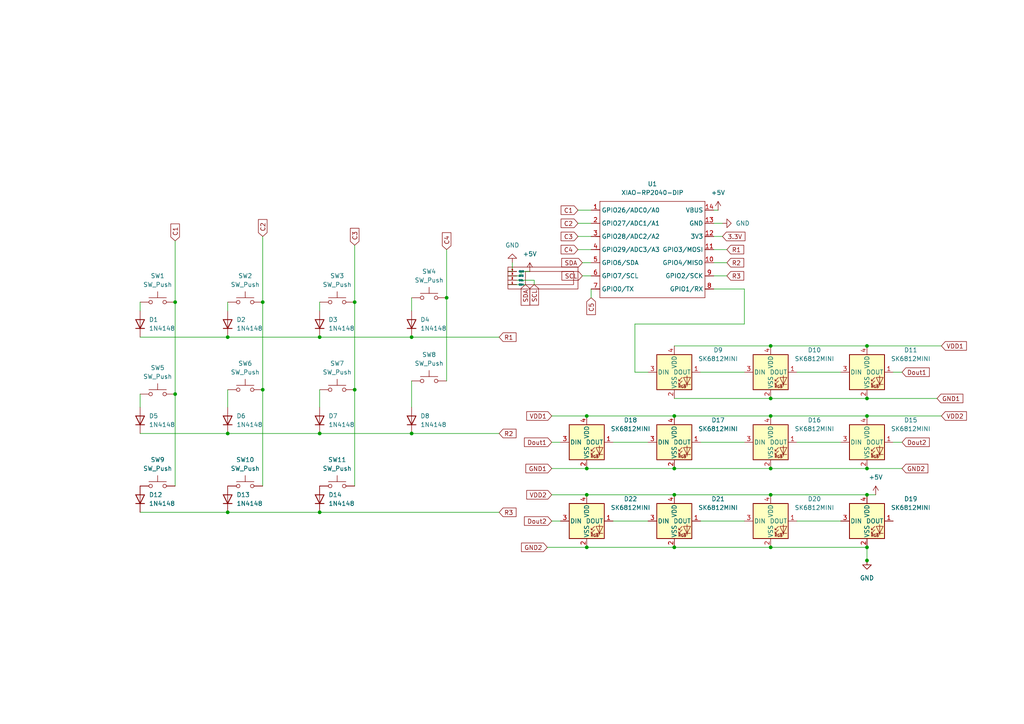
<source format=kicad_sch>
(kicad_sch
	(version 20250114)
	(generator "eeschema")
	(generator_version "9.0")
	(uuid "2081dae0-7bb7-406a-96e4-eb5b320a4800")
	(paper "A4")
	(lib_symbols
		(symbol "Diode:1N4148"
			(pin_numbers
				(hide yes)
			)
			(pin_names
				(hide yes)
			)
			(exclude_from_sim no)
			(in_bom yes)
			(on_board yes)
			(property "Reference" "D"
				(at 0 2.54 0)
				(effects
					(font
						(size 1.27 1.27)
					)
				)
			)
			(property "Value" "1N4148"
				(at 0 -2.54 0)
				(effects
					(font
						(size 1.27 1.27)
					)
				)
			)
			(property "Footprint" "Diode_THT:D_DO-35_SOD27_P7.62mm_Horizontal"
				(at 0 0 0)
				(effects
					(font
						(size 1.27 1.27)
					)
					(hide yes)
				)
			)
			(property "Datasheet" "https://assets.nexperia.com/documents/data-sheet/1N4148_1N4448.pdf"
				(at 0 0 0)
				(effects
					(font
						(size 1.27 1.27)
					)
					(hide yes)
				)
			)
			(property "Description" "100V 0.15A standard switching diode, DO-35"
				(at 0 0 0)
				(effects
					(font
						(size 1.27 1.27)
					)
					(hide yes)
				)
			)
			(property "Sim.Device" "D"
				(at 0 0 0)
				(effects
					(font
						(size 1.27 1.27)
					)
					(hide yes)
				)
			)
			(property "Sim.Pins" "1=K 2=A"
				(at 0 0 0)
				(effects
					(font
						(size 1.27 1.27)
					)
					(hide yes)
				)
			)
			(property "ki_keywords" "diode"
				(at 0 0 0)
				(effects
					(font
						(size 1.27 1.27)
					)
					(hide yes)
				)
			)
			(property "ki_fp_filters" "D*DO?35*"
				(at 0 0 0)
				(effects
					(font
						(size 1.27 1.27)
					)
					(hide yes)
				)
			)
			(symbol "1N4148_0_1"
				(polyline
					(pts
						(xy -1.27 1.27) (xy -1.27 -1.27)
					)
					(stroke
						(width 0.254)
						(type default)
					)
					(fill
						(type none)
					)
				)
				(polyline
					(pts
						(xy 1.27 1.27) (xy 1.27 -1.27) (xy -1.27 0) (xy 1.27 1.27)
					)
					(stroke
						(width 0.254)
						(type default)
					)
					(fill
						(type none)
					)
				)
				(polyline
					(pts
						(xy 1.27 0) (xy -1.27 0)
					)
					(stroke
						(width 0)
						(type default)
					)
					(fill
						(type none)
					)
				)
			)
			(symbol "1N4148_1_1"
				(pin passive line
					(at -3.81 0 0)
					(length 2.54)
					(name "K"
						(effects
							(font
								(size 1.27 1.27)
							)
						)
					)
					(number "1"
						(effects
							(font
								(size 1.27 1.27)
							)
						)
					)
				)
				(pin passive line
					(at 3.81 0 180)
					(length 2.54)
					(name "A"
						(effects
							(font
								(size 1.27 1.27)
							)
						)
					)
					(number "2"
						(effects
							(font
								(size 1.27 1.27)
							)
						)
					)
				)
			)
			(embedded_fonts no)
		)
		(symbol "LED:SK6812MINI"
			(pin_names
				(offset 0.254)
			)
			(exclude_from_sim no)
			(in_bom yes)
			(on_board yes)
			(property "Reference" "D"
				(at 5.08 5.715 0)
				(effects
					(font
						(size 1.27 1.27)
					)
					(justify right bottom)
				)
			)
			(property "Value" "SK6812MINI"
				(at 1.27 -5.715 0)
				(effects
					(font
						(size 1.27 1.27)
					)
					(justify left top)
				)
			)
			(property "Footprint" "LED_SMD:LED_SK6812MINI_PLCC4_3.5x3.5mm_P1.75mm"
				(at 1.27 -7.62 0)
				(effects
					(font
						(size 1.27 1.27)
					)
					(justify left top)
					(hide yes)
				)
			)
			(property "Datasheet" "https://cdn-shop.adafruit.com/product-files/2686/SK6812MINI_REV.01-1-2.pdf"
				(at 2.54 -9.525 0)
				(effects
					(font
						(size 1.27 1.27)
					)
					(justify left top)
					(hide yes)
				)
			)
			(property "Description" "RGB LED with integrated controller"
				(at 0 0 0)
				(effects
					(font
						(size 1.27 1.27)
					)
					(hide yes)
				)
			)
			(property "ki_keywords" "RGB LED NeoPixel Mini addressable"
				(at 0 0 0)
				(effects
					(font
						(size 1.27 1.27)
					)
					(hide yes)
				)
			)
			(property "ki_fp_filters" "LED*SK6812MINI*PLCC*3.5x3.5mm*P1.75mm*"
				(at 0 0 0)
				(effects
					(font
						(size 1.27 1.27)
					)
					(hide yes)
				)
			)
			(symbol "SK6812MINI_0_0"
				(text "RGB"
					(at 2.286 -4.191 0)
					(effects
						(font
							(size 0.762 0.762)
						)
					)
				)
			)
			(symbol "SK6812MINI_0_1"
				(polyline
					(pts
						(xy 1.27 -2.54) (xy 1.778 -2.54)
					)
					(stroke
						(width 0)
						(type default)
					)
					(fill
						(type none)
					)
				)
				(polyline
					(pts
						(xy 1.27 -3.556) (xy 1.778 -3.556)
					)
					(stroke
						(width 0)
						(type default)
					)
					(fill
						(type none)
					)
				)
				(polyline
					(pts
						(xy 2.286 -1.524) (xy 1.27 -2.54) (xy 1.27 -2.032)
					)
					(stroke
						(width 0)
						(type default)
					)
					(fill
						(type none)
					)
				)
				(polyline
					(pts
						(xy 2.286 -2.54) (xy 1.27 -3.556) (xy 1.27 -3.048)
					)
					(stroke
						(width 0)
						(type default)
					)
					(fill
						(type none)
					)
				)
				(polyline
					(pts
						(xy 3.683 -1.016) (xy 3.683 -3.556) (xy 3.683 -4.064)
					)
					(stroke
						(width 0)
						(type default)
					)
					(fill
						(type none)
					)
				)
				(polyline
					(pts
						(xy 4.699 -1.524) (xy 2.667 -1.524) (xy 3.683 -3.556) (xy 4.699 -1.524)
					)
					(stroke
						(width 0)
						(type default)
					)
					(fill
						(type none)
					)
				)
				(polyline
					(pts
						(xy 4.699 -3.556) (xy 2.667 -3.556)
					)
					(stroke
						(width 0)
						(type default)
					)
					(fill
						(type none)
					)
				)
				(rectangle
					(start 5.08 5.08)
					(end -5.08 -5.08)
					(stroke
						(width 0.254)
						(type default)
					)
					(fill
						(type background)
					)
				)
			)
			(symbol "SK6812MINI_1_1"
				(pin input line
					(at -7.62 0 0)
					(length 2.54)
					(name "DIN"
						(effects
							(font
								(size 1.27 1.27)
							)
						)
					)
					(number "3"
						(effects
							(font
								(size 1.27 1.27)
							)
						)
					)
				)
				(pin power_in line
					(at 0 7.62 270)
					(length 2.54)
					(name "VDD"
						(effects
							(font
								(size 1.27 1.27)
							)
						)
					)
					(number "4"
						(effects
							(font
								(size 1.27 1.27)
							)
						)
					)
				)
				(pin power_in line
					(at 0 -7.62 90)
					(length 2.54)
					(name "VSS"
						(effects
							(font
								(size 1.27 1.27)
							)
						)
					)
					(number "2"
						(effects
							(font
								(size 1.27 1.27)
							)
						)
					)
				)
				(pin output line
					(at 7.62 0 180)
					(length 2.54)
					(name "DOUT"
						(effects
							(font
								(size 1.27 1.27)
							)
						)
					)
					(number "1"
						(effects
							(font
								(size 1.27 1.27)
							)
						)
					)
				)
			)
			(embedded_fonts no)
		)
		(symbol "OledDisplay4Pins:Oled_128x32_0.91_inch_I2C_IIC"
			(exclude_from_sim no)
			(in_bom yes)
			(on_board yes)
			(property "Reference" "U"
				(at 0 0 0)
				(effects
					(font
						(size 1.27 1.27)
					)
					(hide yes)
				)
			)
			(property "Value" ""
				(at 0 0 0)
				(effects
					(font
						(size 1.27 1.27)
					)
				)
			)
			(property "Footprint" ""
				(at 0 0 0)
				(effects
					(font
						(size 1.27 1.27)
					)
					(hide yes)
				)
			)
			(property "Datasheet" ""
				(at 0 0 0)
				(effects
					(font
						(size 1.27 1.27)
					)
					(hide yes)
				)
			)
			(property "Description" ""
				(at 0 0 0)
				(effects
					(font
						(size 1.27 1.27)
					)
					(hide yes)
				)
			)
			(symbol "Oled_128x32_0.91_inch_I2C_IIC_0_1"
				(rectangle
					(start 0 0)
					(end 20.32 -6.35)
					(stroke
						(width 0)
						(type default)
					)
					(fill
						(type none)
					)
				)
				(rectangle
					(start 5.08 -1.27)
					(end 19.05 -5.08)
					(stroke
						(width 0)
						(type default)
					)
					(fill
						(type none)
					)
				)
			)
			(symbol "Oled_128x32_0.91_inch_I2C_IIC_1_1"
				(pin bidirectional line
					(at 0 -1.27 0)
					(length 2.54)
					(name "SDA"
						(effects
							(font
								(size 0.5 0.5)
							)
						)
					)
					(number "1"
						(effects
							(font
								(size 0.5 0.5)
							)
						)
					)
				)
				(pin output line
					(at 0 -2.54 0)
					(length 2.54)
					(name "SCL"
						(effects
							(font
								(size 0.5 0.5)
							)
						)
					)
					(number "2"
						(effects
							(font
								(size 0.5 0.5)
							)
						)
					)
				)
				(pin input line
					(at 0 -3.81 0)
					(length 2.54)
					(name "3V3"
						(effects
							(font
								(size 0.5 0.5)
							)
						)
					)
					(number "3"
						(effects
							(font
								(size 0.5 0.5)
							)
						)
					)
				)
				(pin input line
					(at 0 -5.08 0)
					(length 2.54)
					(name "GND"
						(effects
							(font
								(size 0.5 0.5)
							)
						)
					)
					(number "4"
						(effects
							(font
								(size 0.5 0.5)
							)
						)
					)
				)
			)
			(embedded_fonts no)
		)
		(symbol "Seeed_Studio_XIAO_Series:XIAO-RP2040-DIP"
			(exclude_from_sim no)
			(in_bom yes)
			(on_board yes)
			(property "Reference" "U"
				(at 0 0 0)
				(effects
					(font
						(size 1.27 1.27)
					)
				)
			)
			(property "Value" "XIAO-RP2040-DIP"
				(at 5.334 -1.778 0)
				(effects
					(font
						(size 1.27 1.27)
					)
				)
			)
			(property "Footprint" "Module:MOUDLE14P-XIAO-DIP-SMD"
				(at 14.478 -32.258 0)
				(effects
					(font
						(size 1.27 1.27)
					)
					(hide yes)
				)
			)
			(property "Datasheet" ""
				(at 0 0 0)
				(effects
					(font
						(size 1.27 1.27)
					)
					(hide yes)
				)
			)
			(property "Description" ""
				(at 0 0 0)
				(effects
					(font
						(size 1.27 1.27)
					)
					(hide yes)
				)
			)
			(symbol "XIAO-RP2040-DIP_1_0"
				(polyline
					(pts
						(xy -1.27 -2.54) (xy 29.21 -2.54)
					)
					(stroke
						(width 0.1524)
						(type solid)
					)
					(fill
						(type none)
					)
				)
				(polyline
					(pts
						(xy -1.27 -5.08) (xy -2.54 -5.08)
					)
					(stroke
						(width 0.1524)
						(type solid)
					)
					(fill
						(type none)
					)
				)
				(polyline
					(pts
						(xy -1.27 -5.08) (xy -1.27 -2.54)
					)
					(stroke
						(width 0.1524)
						(type solid)
					)
					(fill
						(type none)
					)
				)
				(polyline
					(pts
						(xy -1.27 -8.89) (xy -2.54 -8.89)
					)
					(stroke
						(width 0.1524)
						(type solid)
					)
					(fill
						(type none)
					)
				)
				(polyline
					(pts
						(xy -1.27 -8.89) (xy -1.27 -5.08)
					)
					(stroke
						(width 0.1524)
						(type solid)
					)
					(fill
						(type none)
					)
				)
				(polyline
					(pts
						(xy -1.27 -12.7) (xy -2.54 -12.7)
					)
					(stroke
						(width 0.1524)
						(type solid)
					)
					(fill
						(type none)
					)
				)
				(polyline
					(pts
						(xy -1.27 -12.7) (xy -1.27 -8.89)
					)
					(stroke
						(width 0.1524)
						(type solid)
					)
					(fill
						(type none)
					)
				)
				(polyline
					(pts
						(xy -1.27 -16.51) (xy -2.54 -16.51)
					)
					(stroke
						(width 0.1524)
						(type solid)
					)
					(fill
						(type none)
					)
				)
				(polyline
					(pts
						(xy -1.27 -16.51) (xy -1.27 -12.7)
					)
					(stroke
						(width 0.1524)
						(type solid)
					)
					(fill
						(type none)
					)
				)
				(polyline
					(pts
						(xy -1.27 -20.32) (xy -2.54 -20.32)
					)
					(stroke
						(width 0.1524)
						(type solid)
					)
					(fill
						(type none)
					)
				)
				(polyline
					(pts
						(xy -1.27 -24.13) (xy -2.54 -24.13)
					)
					(stroke
						(width 0.1524)
						(type solid)
					)
					(fill
						(type none)
					)
				)
				(polyline
					(pts
						(xy -1.27 -27.94) (xy -2.54 -27.94)
					)
					(stroke
						(width 0.1524)
						(type solid)
					)
					(fill
						(type none)
					)
				)
				(polyline
					(pts
						(xy -1.27 -30.48) (xy -1.27 -16.51)
					)
					(stroke
						(width 0.1524)
						(type solid)
					)
					(fill
						(type none)
					)
				)
				(polyline
					(pts
						(xy 29.21 -2.54) (xy 29.21 -5.08)
					)
					(stroke
						(width 0.1524)
						(type solid)
					)
					(fill
						(type none)
					)
				)
				(polyline
					(pts
						(xy 29.21 -5.08) (xy 29.21 -8.89)
					)
					(stroke
						(width 0.1524)
						(type solid)
					)
					(fill
						(type none)
					)
				)
				(polyline
					(pts
						(xy 29.21 -8.89) (xy 29.21 -12.7)
					)
					(stroke
						(width 0.1524)
						(type solid)
					)
					(fill
						(type none)
					)
				)
				(polyline
					(pts
						(xy 29.21 -12.7) (xy 29.21 -30.48)
					)
					(stroke
						(width 0.1524)
						(type solid)
					)
					(fill
						(type none)
					)
				)
				(polyline
					(pts
						(xy 29.21 -30.48) (xy -1.27 -30.48)
					)
					(stroke
						(width 0.1524)
						(type solid)
					)
					(fill
						(type none)
					)
				)
				(polyline
					(pts
						(xy 30.48 -5.08) (xy 29.21 -5.08)
					)
					(stroke
						(width 0.1524)
						(type solid)
					)
					(fill
						(type none)
					)
				)
				(polyline
					(pts
						(xy 30.48 -8.89) (xy 29.21 -8.89)
					)
					(stroke
						(width 0.1524)
						(type solid)
					)
					(fill
						(type none)
					)
				)
				(polyline
					(pts
						(xy 30.48 -12.7) (xy 29.21 -12.7)
					)
					(stroke
						(width 0.1524)
						(type solid)
					)
					(fill
						(type none)
					)
				)
				(polyline
					(pts
						(xy 30.48 -16.51) (xy 29.21 -16.51)
					)
					(stroke
						(width 0.1524)
						(type solid)
					)
					(fill
						(type none)
					)
				)
				(polyline
					(pts
						(xy 30.48 -20.32) (xy 29.21 -20.32)
					)
					(stroke
						(width 0.1524)
						(type solid)
					)
					(fill
						(type none)
					)
				)
				(polyline
					(pts
						(xy 30.48 -24.13) (xy 29.21 -24.13)
					)
					(stroke
						(width 0.1524)
						(type solid)
					)
					(fill
						(type none)
					)
				)
				(polyline
					(pts
						(xy 30.48 -27.94) (xy 29.21 -27.94)
					)
					(stroke
						(width 0.1524)
						(type solid)
					)
					(fill
						(type none)
					)
				)
				(pin passive line
					(at -3.81 -5.08 0)
					(length 2.54)
					(name "GPIO26/ADC0/A0"
						(effects
							(font
								(size 1.27 1.27)
							)
						)
					)
					(number "1"
						(effects
							(font
								(size 1.27 1.27)
							)
						)
					)
				)
				(pin passive line
					(at -3.81 -8.89 0)
					(length 2.54)
					(name "GPIO27/ADC1/A1"
						(effects
							(font
								(size 1.27 1.27)
							)
						)
					)
					(number "2"
						(effects
							(font
								(size 1.27 1.27)
							)
						)
					)
				)
				(pin passive line
					(at -3.81 -12.7 0)
					(length 2.54)
					(name "GPIO28/ADC2/A2"
						(effects
							(font
								(size 1.27 1.27)
							)
						)
					)
					(number "3"
						(effects
							(font
								(size 1.27 1.27)
							)
						)
					)
				)
				(pin passive line
					(at -3.81 -16.51 0)
					(length 2.54)
					(name "GPIO29/ADC3/A3"
						(effects
							(font
								(size 1.27 1.27)
							)
						)
					)
					(number "4"
						(effects
							(font
								(size 1.27 1.27)
							)
						)
					)
				)
				(pin passive line
					(at -3.81 -20.32 0)
					(length 2.54)
					(name "GPIO6/SDA"
						(effects
							(font
								(size 1.27 1.27)
							)
						)
					)
					(number "5"
						(effects
							(font
								(size 1.27 1.27)
							)
						)
					)
				)
				(pin passive line
					(at -3.81 -24.13 0)
					(length 2.54)
					(name "GPIO7/SCL"
						(effects
							(font
								(size 1.27 1.27)
							)
						)
					)
					(number "6"
						(effects
							(font
								(size 1.27 1.27)
							)
						)
					)
				)
				(pin passive line
					(at -3.81 -27.94 0)
					(length 2.54)
					(name "GPIO0/TX"
						(effects
							(font
								(size 1.27 1.27)
							)
						)
					)
					(number "7"
						(effects
							(font
								(size 1.27 1.27)
							)
						)
					)
				)
				(pin passive line
					(at 31.75 -5.08 180)
					(length 2.54)
					(name "VBUS"
						(effects
							(font
								(size 1.27 1.27)
							)
						)
					)
					(number "14"
						(effects
							(font
								(size 1.27 1.27)
							)
						)
					)
				)
				(pin passive line
					(at 31.75 -8.89 180)
					(length 2.54)
					(name "GND"
						(effects
							(font
								(size 1.27 1.27)
							)
						)
					)
					(number "13"
						(effects
							(font
								(size 1.27 1.27)
							)
						)
					)
				)
				(pin passive line
					(at 31.75 -12.7 180)
					(length 2.54)
					(name "3V3"
						(effects
							(font
								(size 1.27 1.27)
							)
						)
					)
					(number "12"
						(effects
							(font
								(size 1.27 1.27)
							)
						)
					)
				)
				(pin passive line
					(at 31.75 -16.51 180)
					(length 2.54)
					(name "GPIO3/MOSI"
						(effects
							(font
								(size 1.27 1.27)
							)
						)
					)
					(number "11"
						(effects
							(font
								(size 1.27 1.27)
							)
						)
					)
				)
				(pin passive line
					(at 31.75 -20.32 180)
					(length 2.54)
					(name "GPIO4/MISO"
						(effects
							(font
								(size 1.27 1.27)
							)
						)
					)
					(number "10"
						(effects
							(font
								(size 1.27 1.27)
							)
						)
					)
				)
				(pin passive line
					(at 31.75 -24.13 180)
					(length 2.54)
					(name "GPIO2/SCK"
						(effects
							(font
								(size 1.27 1.27)
							)
						)
					)
					(number "9"
						(effects
							(font
								(size 1.27 1.27)
							)
						)
					)
				)
				(pin passive line
					(at 31.75 -27.94 180)
					(length 2.54)
					(name "GPIO1/RX"
						(effects
							(font
								(size 1.27 1.27)
							)
						)
					)
					(number "8"
						(effects
							(font
								(size 1.27 1.27)
							)
						)
					)
				)
			)
			(embedded_fonts no)
		)
		(symbol "Switch:SW_Push"
			(pin_numbers
				(hide yes)
			)
			(pin_names
				(offset 1.016)
				(hide yes)
			)
			(exclude_from_sim no)
			(in_bom yes)
			(on_board yes)
			(property "Reference" "SW"
				(at 1.27 2.54 0)
				(effects
					(font
						(size 1.27 1.27)
					)
					(justify left)
				)
			)
			(property "Value" "SW_Push"
				(at 0 -1.524 0)
				(effects
					(font
						(size 1.27 1.27)
					)
				)
			)
			(property "Footprint" ""
				(at 0 5.08 0)
				(effects
					(font
						(size 1.27 1.27)
					)
					(hide yes)
				)
			)
			(property "Datasheet" "~"
				(at 0 5.08 0)
				(effects
					(font
						(size 1.27 1.27)
					)
					(hide yes)
				)
			)
			(property "Description" "Push button switch, generic, two pins"
				(at 0 0 0)
				(effects
					(font
						(size 1.27 1.27)
					)
					(hide yes)
				)
			)
			(property "ki_keywords" "switch normally-open pushbutton push-button"
				(at 0 0 0)
				(effects
					(font
						(size 1.27 1.27)
					)
					(hide yes)
				)
			)
			(symbol "SW_Push_0_1"
				(circle
					(center -2.032 0)
					(radius 0.508)
					(stroke
						(width 0)
						(type default)
					)
					(fill
						(type none)
					)
				)
				(polyline
					(pts
						(xy 0 1.27) (xy 0 3.048)
					)
					(stroke
						(width 0)
						(type default)
					)
					(fill
						(type none)
					)
				)
				(circle
					(center 2.032 0)
					(radius 0.508)
					(stroke
						(width 0)
						(type default)
					)
					(fill
						(type none)
					)
				)
				(polyline
					(pts
						(xy 2.54 1.27) (xy -2.54 1.27)
					)
					(stroke
						(width 0)
						(type default)
					)
					(fill
						(type none)
					)
				)
				(pin passive line
					(at -5.08 0 0)
					(length 2.54)
					(name "1"
						(effects
							(font
								(size 1.27 1.27)
							)
						)
					)
					(number "1"
						(effects
							(font
								(size 1.27 1.27)
							)
						)
					)
				)
				(pin passive line
					(at 5.08 0 180)
					(length 2.54)
					(name "2"
						(effects
							(font
								(size 1.27 1.27)
							)
						)
					)
					(number "2"
						(effects
							(font
								(size 1.27 1.27)
							)
						)
					)
				)
			)
			(embedded_fonts no)
		)
		(symbol "power:+5V"
			(power)
			(pin_numbers
				(hide yes)
			)
			(pin_names
				(offset 0)
				(hide yes)
			)
			(exclude_from_sim no)
			(in_bom yes)
			(on_board yes)
			(property "Reference" "#PWR"
				(at 0 -3.81 0)
				(effects
					(font
						(size 1.27 1.27)
					)
					(hide yes)
				)
			)
			(property "Value" "+5V"
				(at 0 3.556 0)
				(effects
					(font
						(size 1.27 1.27)
					)
				)
			)
			(property "Footprint" ""
				(at 0 0 0)
				(effects
					(font
						(size 1.27 1.27)
					)
					(hide yes)
				)
			)
			(property "Datasheet" ""
				(at 0 0 0)
				(effects
					(font
						(size 1.27 1.27)
					)
					(hide yes)
				)
			)
			(property "Description" "Power symbol creates a global label with name \"+5V\""
				(at 0 0 0)
				(effects
					(font
						(size 1.27 1.27)
					)
					(hide yes)
				)
			)
			(property "ki_keywords" "global power"
				(at 0 0 0)
				(effects
					(font
						(size 1.27 1.27)
					)
					(hide yes)
				)
			)
			(symbol "+5V_0_1"
				(polyline
					(pts
						(xy -0.762 1.27) (xy 0 2.54)
					)
					(stroke
						(width 0)
						(type default)
					)
					(fill
						(type none)
					)
				)
				(polyline
					(pts
						(xy 0 2.54) (xy 0.762 1.27)
					)
					(stroke
						(width 0)
						(type default)
					)
					(fill
						(type none)
					)
				)
				(polyline
					(pts
						(xy 0 0) (xy 0 2.54)
					)
					(stroke
						(width 0)
						(type default)
					)
					(fill
						(type none)
					)
				)
			)
			(symbol "+5V_1_1"
				(pin power_in line
					(at 0 0 90)
					(length 0)
					(name "~"
						(effects
							(font
								(size 1.27 1.27)
							)
						)
					)
					(number "1"
						(effects
							(font
								(size 1.27 1.27)
							)
						)
					)
				)
			)
			(embedded_fonts no)
		)
		(symbol "power:GND"
			(power)
			(pin_numbers
				(hide yes)
			)
			(pin_names
				(offset 0)
				(hide yes)
			)
			(exclude_from_sim no)
			(in_bom yes)
			(on_board yes)
			(property "Reference" "#PWR"
				(at 0 -6.35 0)
				(effects
					(font
						(size 1.27 1.27)
					)
					(hide yes)
				)
			)
			(property "Value" "GND"
				(at 0 -3.81 0)
				(effects
					(font
						(size 1.27 1.27)
					)
				)
			)
			(property "Footprint" ""
				(at 0 0 0)
				(effects
					(font
						(size 1.27 1.27)
					)
					(hide yes)
				)
			)
			(property "Datasheet" ""
				(at 0 0 0)
				(effects
					(font
						(size 1.27 1.27)
					)
					(hide yes)
				)
			)
			(property "Description" "Power symbol creates a global label with name \"GND\" , ground"
				(at 0 0 0)
				(effects
					(font
						(size 1.27 1.27)
					)
					(hide yes)
				)
			)
			(property "ki_keywords" "global power"
				(at 0 0 0)
				(effects
					(font
						(size 1.27 1.27)
					)
					(hide yes)
				)
			)
			(symbol "GND_0_1"
				(polyline
					(pts
						(xy 0 0) (xy 0 -1.27) (xy 1.27 -1.27) (xy 0 -2.54) (xy -1.27 -1.27) (xy 0 -1.27)
					)
					(stroke
						(width 0)
						(type default)
					)
					(fill
						(type none)
					)
				)
			)
			(symbol "GND_1_1"
				(pin power_in line
					(at 0 0 270)
					(length 0)
					(name "~"
						(effects
							(font
								(size 1.27 1.27)
							)
						)
					)
					(number "1"
						(effects
							(font
								(size 1.27 1.27)
							)
						)
					)
				)
			)
			(embedded_fonts no)
		)
	)
	(junction
		(at 50.8 114.3)
		(diameter 0)
		(color 0 0 0 0)
		(uuid "14627ef5-d734-4504-a5b0-5e9fae2b20b7")
	)
	(junction
		(at 66.04 97.79)
		(diameter 0)
		(color 0 0 0 0)
		(uuid "17379108-6686-406c-9276-e0d987eb0443")
	)
	(junction
		(at 66.04 148.59)
		(diameter 0)
		(color 0 0 0 0)
		(uuid "17a27187-d2af-4f69-83ca-b7d0602c087f")
	)
	(junction
		(at 251.46 143.51)
		(diameter 0)
		(color 0 0 0 0)
		(uuid "1c87deef-87be-4037-9308-21931028a91c")
	)
	(junction
		(at 251.46 100.33)
		(diameter 0)
		(color 0 0 0 0)
		(uuid "1caffbc9-9960-4298-af83-a78b1d0fa316")
	)
	(junction
		(at 119.38 125.73)
		(diameter 0)
		(color 0 0 0 0)
		(uuid "27d73ffd-5dfa-4368-8a5f-d84bedc1377c")
	)
	(junction
		(at 223.52 100.33)
		(diameter 0)
		(color 0 0 0 0)
		(uuid "296621a4-e701-401e-89c3-c14a1e28d62e")
	)
	(junction
		(at 50.8 87.63)
		(diameter 0)
		(color 0 0 0 0)
		(uuid "2f83796e-1ba2-444a-8b01-bcebf773240b")
	)
	(junction
		(at 92.71 97.79)
		(diameter 0)
		(color 0 0 0 0)
		(uuid "3b581a26-6fd1-42f9-9718-dc9116b1b1ba")
	)
	(junction
		(at 223.52 135.89)
		(diameter 0)
		(color 0 0 0 0)
		(uuid "3feec64f-ae3c-4c3c-8a07-4d56a288971a")
	)
	(junction
		(at 102.87 87.63)
		(diameter 0)
		(color 0 0 0 0)
		(uuid "493520e7-55d2-48a7-b7ec-65350fb38e1b")
	)
	(junction
		(at 223.52 143.51)
		(diameter 0)
		(color 0 0 0 0)
		(uuid "534ea03d-491f-495e-8941-cf3e13dc4c10")
	)
	(junction
		(at 102.87 113.03)
		(diameter 0)
		(color 0 0 0 0)
		(uuid "5a048a7c-99f7-4c04-978e-3e1cbc31a486")
	)
	(junction
		(at 76.2 113.03)
		(diameter 0)
		(color 0 0 0 0)
		(uuid "5e71a8b6-6023-4b7a-a0a6-836f66476683")
	)
	(junction
		(at 195.58 135.89)
		(diameter 0)
		(color 0 0 0 0)
		(uuid "61c98eac-f9a4-4366-badb-a5493d7a5d40")
	)
	(junction
		(at 129.54 86.36)
		(diameter 0)
		(color 0 0 0 0)
		(uuid "8199ae44-28ca-4ac1-b8dd-dbccb315bf7a")
	)
	(junction
		(at 251.46 135.89)
		(diameter 0)
		(color 0 0 0 0)
		(uuid "8640a267-e1fb-4893-8e5f-3562a2324a2a")
	)
	(junction
		(at 251.46 115.57)
		(diameter 0)
		(color 0 0 0 0)
		(uuid "89ec003f-55ec-4d72-bb82-12c24753d4c6")
	)
	(junction
		(at 223.52 120.65)
		(diameter 0)
		(color 0 0 0 0)
		(uuid "a0d58e0e-3004-4725-b19b-5e2ad435f2e4")
	)
	(junction
		(at 195.58 143.51)
		(diameter 0)
		(color 0 0 0 0)
		(uuid "a7eadc9f-55c7-4375-87e3-dacfb41bfe69")
	)
	(junction
		(at 223.52 158.75)
		(diameter 0)
		(color 0 0 0 0)
		(uuid "abccdf2b-84a3-4ab0-a4e8-7d53c8689e12")
	)
	(junction
		(at 195.58 120.65)
		(diameter 0)
		(color 0 0 0 0)
		(uuid "ae64acb0-7f5b-420e-a4f1-fad98c466889")
	)
	(junction
		(at 119.38 97.79)
		(diameter 0)
		(color 0 0 0 0)
		(uuid "b31587bc-4978-4791-8fb8-4391b954f02a")
	)
	(junction
		(at 195.58 158.75)
		(diameter 0)
		(color 0 0 0 0)
		(uuid "c914a543-665a-4ad6-8910-540343aad1e1")
	)
	(junction
		(at 170.18 158.75)
		(diameter 0)
		(color 0 0 0 0)
		(uuid "d1333e83-1fd7-4ff9-b8f9-bc337ba2c86d")
	)
	(junction
		(at 66.04 125.73)
		(diameter 0)
		(color 0 0 0 0)
		(uuid "d1f4d895-022a-4e7c-ab97-98b0d4f72be6")
	)
	(junction
		(at 92.71 148.59)
		(diameter 0)
		(color 0 0 0 0)
		(uuid "d80db68b-f0a4-48e0-9410-b7740d129c02")
	)
	(junction
		(at 170.18 120.65)
		(diameter 0)
		(color 0 0 0 0)
		(uuid "d90dd085-b755-48c2-b880-b45dc10c6896")
	)
	(junction
		(at 251.46 120.65)
		(diameter 0)
		(color 0 0 0 0)
		(uuid "dfce31dc-d9a9-4f5a-9d7e-62bce0e25538")
	)
	(junction
		(at 170.18 135.89)
		(diameter 0)
		(color 0 0 0 0)
		(uuid "e11d8e60-92b6-4820-8e0c-f50672dce7fc")
	)
	(junction
		(at 92.71 125.73)
		(diameter 0)
		(color 0 0 0 0)
		(uuid "e30f2b74-3365-4b04-8f91-46c29539dcbe")
	)
	(junction
		(at 251.46 162.56)
		(diameter 0)
		(color 0 0 0 0)
		(uuid "ed276667-fea5-447a-9e1d-9176887d23bc")
	)
	(junction
		(at 170.18 143.51)
		(diameter 0)
		(color 0 0 0 0)
		(uuid "f427a1ee-f9d5-40a9-99ae-8790b88e61cb")
	)
	(junction
		(at 251.46 158.75)
		(diameter 0)
		(color 0 0 0 0)
		(uuid "facb4aa8-921f-48bb-8b18-4344ef5b1e4d")
	)
	(junction
		(at 223.52 115.57)
		(diameter 0)
		(color 0 0 0 0)
		(uuid "fc884a3e-3999-45e9-b0fc-8d9b220a4ace")
	)
	(junction
		(at 76.2 87.63)
		(diameter 0)
		(color 0 0 0 0)
		(uuid "fcf7fb34-389d-4fba-bd04-71466fe66dda")
	)
	(wire
		(pts
			(xy 195.58 115.57) (xy 223.52 115.57)
		)
		(stroke
			(width 0)
			(type default)
		)
		(uuid "00fccd06-44e6-4578-8d3e-142afb7749e1")
	)
	(wire
		(pts
			(xy 215.9 83.82) (xy 215.9 93.98)
		)
		(stroke
			(width 0)
			(type default)
		)
		(uuid "02aa2c87-60d7-4440-b460-61918402cf48")
	)
	(wire
		(pts
			(xy 168.91 80.01) (xy 171.45 80.01)
		)
		(stroke
			(width 0)
			(type default)
		)
		(uuid "039b7cb4-aaa7-48f8-86fd-da7a5e9361fa")
	)
	(wire
		(pts
			(xy 92.71 97.79) (xy 119.38 97.79)
		)
		(stroke
			(width 0)
			(type default)
		)
		(uuid "05ea6a84-8df6-416b-a504-17bbb1263068")
	)
	(wire
		(pts
			(xy 92.71 148.59) (xy 144.78 148.59)
		)
		(stroke
			(width 0)
			(type default)
		)
		(uuid "05f99ce1-5b5a-4fa1-a772-41d76012618c")
	)
	(wire
		(pts
			(xy 160.02 135.89) (xy 170.18 135.89)
		)
		(stroke
			(width 0)
			(type default)
		)
		(uuid "0a4c5c83-fdd5-44e1-8fba-b2b77ca02aa8")
	)
	(wire
		(pts
			(xy 66.04 97.79) (xy 92.71 97.79)
		)
		(stroke
			(width 0)
			(type default)
		)
		(uuid "0dcb2469-ec60-481b-b312-c7e4470c7176")
	)
	(wire
		(pts
			(xy 251.46 115.57) (xy 271.78 115.57)
		)
		(stroke
			(width 0)
			(type default)
		)
		(uuid "127b8a66-ec58-4f74-8214-547e6d4361d1")
	)
	(wire
		(pts
			(xy 251.46 158.75) (xy 251.46 162.56)
		)
		(stroke
			(width 0)
			(type default)
		)
		(uuid "1365b432-69fd-4cf2-acae-049f4fe69ec0")
	)
	(wire
		(pts
			(xy 259.08 128.27) (xy 261.62 128.27)
		)
		(stroke
			(width 0)
			(type default)
		)
		(uuid "185b9cfd-4823-410e-8885-15e3d163b1b6")
	)
	(wire
		(pts
			(xy 160.02 151.13) (xy 162.56 151.13)
		)
		(stroke
			(width 0)
			(type default)
		)
		(uuid "1a5e2c2d-c041-4212-8193-32d27bdb5156")
	)
	(wire
		(pts
			(xy 184.15 107.95) (xy 187.96 107.95)
		)
		(stroke
			(width 0)
			(type default)
		)
		(uuid "1c6a4a0b-2c7d-4ed4-900c-62d7e4838bd3")
	)
	(wire
		(pts
			(xy 66.04 113.03) (xy 66.04 118.11)
		)
		(stroke
			(width 0)
			(type default)
		)
		(uuid "1d08a397-dfab-4fa8-ad88-423dad5c8578")
	)
	(wire
		(pts
			(xy 251.46 120.65) (xy 273.05 120.65)
		)
		(stroke
			(width 0)
			(type default)
		)
		(uuid "219cbb38-976a-4dfa-a316-ad04c3487c21")
	)
	(wire
		(pts
			(xy 160.02 143.51) (xy 170.18 143.51)
		)
		(stroke
			(width 0)
			(type default)
		)
		(uuid "21dfe957-e250-4e83-aa99-46fd807d5985")
	)
	(wire
		(pts
			(xy 151.13 78.74) (xy 153.67 78.74)
		)
		(stroke
			(width 0)
			(type default)
		)
		(uuid "220985be-5d87-4bda-9747-185c63cad3ca")
	)
	(wire
		(pts
			(xy 151.13 78.74) (xy 151.13 80.01)
		)
		(stroke
			(width 0)
			(type default)
		)
		(uuid "24a6d05a-a59a-4ab4-ae3c-b2fbc3d35064")
	)
	(wire
		(pts
			(xy 223.52 115.57) (xy 251.46 115.57)
		)
		(stroke
			(width 0)
			(type default)
		)
		(uuid "26f32831-6c8e-4459-8ca3-002973bf0366")
	)
	(wire
		(pts
			(xy 207.01 80.01) (xy 210.82 80.01)
		)
		(stroke
			(width 0)
			(type default)
		)
		(uuid "299b8049-ddf9-4a38-9b24-a05175f64adc")
	)
	(wire
		(pts
			(xy 207.01 68.58) (xy 209.55 68.58)
		)
		(stroke
			(width 0)
			(type default)
		)
		(uuid "2d2a3abd-cacd-4429-9e17-3f8b18a90640")
	)
	(wire
		(pts
			(xy 102.87 113.03) (xy 102.87 140.97)
		)
		(stroke
			(width 0)
			(type default)
		)
		(uuid "325e3358-2d87-44c9-8f26-63b104663253")
	)
	(wire
		(pts
			(xy 40.64 114.3) (xy 40.64 118.11)
		)
		(stroke
			(width 0)
			(type default)
		)
		(uuid "34da04a6-37a5-410e-a3f4-55bb50cfe4b7")
	)
	(wire
		(pts
			(xy 148.59 76.2) (xy 148.59 78.74)
		)
		(stroke
			(width 0)
			(type default)
		)
		(uuid "359c690c-6e3a-45a5-8cd0-c46cfc893925")
	)
	(wire
		(pts
			(xy 207.01 72.39) (xy 210.82 72.39)
		)
		(stroke
			(width 0)
			(type default)
		)
		(uuid "3689efdc-6d7d-4364-8846-ccd7166fa09e")
	)
	(wire
		(pts
			(xy 195.58 158.75) (xy 223.52 158.75)
		)
		(stroke
			(width 0)
			(type default)
		)
		(uuid "3911dee3-b599-4afc-a02f-c1c72cf43b73")
	)
	(wire
		(pts
			(xy 195.58 100.33) (xy 223.52 100.33)
		)
		(stroke
			(width 0)
			(type default)
		)
		(uuid "3b15d8b0-1191-4d2e-825d-a8d1db2efea7")
	)
	(wire
		(pts
			(xy 177.8 151.13) (xy 187.96 151.13)
		)
		(stroke
			(width 0)
			(type default)
		)
		(uuid "3b629d37-f3a0-448f-9580-ae14f5200b76")
	)
	(wire
		(pts
			(xy 195.58 143.51) (xy 223.52 143.51)
		)
		(stroke
			(width 0)
			(type default)
		)
		(uuid "3b68660b-1beb-4faf-8c40-78877ab263d9")
	)
	(wire
		(pts
			(xy 66.04 87.63) (xy 66.04 90.17)
		)
		(stroke
			(width 0)
			(type default)
		)
		(uuid "3eb44494-1d7a-4182-85bd-996e03de510d")
	)
	(wire
		(pts
			(xy 215.9 93.98) (xy 184.15 93.98)
		)
		(stroke
			(width 0)
			(type default)
		)
		(uuid "3ed6ff13-8880-4d46-96b9-eaa9a4eac6fa")
	)
	(wire
		(pts
			(xy 259.08 107.95) (xy 261.62 107.95)
		)
		(stroke
			(width 0)
			(type default)
		)
		(uuid "40e7cbe0-1c30-49aa-896c-066b3d1d202f")
	)
	(wire
		(pts
			(xy 195.58 135.89) (xy 223.52 135.89)
		)
		(stroke
			(width 0)
			(type default)
		)
		(uuid "4190d121-061c-4891-9208-273a0e22d66f")
	)
	(wire
		(pts
			(xy 40.64 148.59) (xy 66.04 148.59)
		)
		(stroke
			(width 0)
			(type default)
		)
		(uuid "4299b207-f817-42a0-9c52-4a5d4b3e6683")
	)
	(wire
		(pts
			(xy 154.94 81.28) (xy 154.94 82.55)
		)
		(stroke
			(width 0)
			(type default)
		)
		(uuid "4356225d-f33f-401b-817a-715ff300330a")
	)
	(wire
		(pts
			(xy 40.64 97.79) (xy 66.04 97.79)
		)
		(stroke
			(width 0)
			(type default)
		)
		(uuid "496991ef-f347-4d45-b6d1-87f540e33cfd")
	)
	(wire
		(pts
			(xy 50.8 114.3) (xy 50.8 140.97)
		)
		(stroke
			(width 0)
			(type default)
		)
		(uuid "4da85302-2264-4599-84f3-950b669e0058")
	)
	(wire
		(pts
			(xy 50.8 69.85) (xy 50.8 87.63)
		)
		(stroke
			(width 0)
			(type default)
		)
		(uuid "509c9de6-4372-436e-8516-914ed95f5248")
	)
	(wire
		(pts
			(xy 207.01 64.77) (xy 209.55 64.77)
		)
		(stroke
			(width 0)
			(type default)
		)
		(uuid "51ef77d5-3419-48f9-b32c-dda8732e174f")
	)
	(wire
		(pts
			(xy 119.38 86.36) (xy 119.38 90.17)
		)
		(stroke
			(width 0)
			(type default)
		)
		(uuid "5336bb3a-f5fc-4152-83e0-0e74cfb5b769")
	)
	(wire
		(pts
			(xy 160.02 128.27) (xy 162.56 128.27)
		)
		(stroke
			(width 0)
			(type default)
		)
		(uuid "53cd8cbd-8ac3-4a8f-b7f0-18ea9464d5cb")
	)
	(wire
		(pts
			(xy 50.8 87.63) (xy 50.8 114.3)
		)
		(stroke
			(width 0)
			(type default)
		)
		(uuid "55f73347-963b-4cb5-9103-baa6f58baff1")
	)
	(wire
		(pts
			(xy 195.58 120.65) (xy 223.52 120.65)
		)
		(stroke
			(width 0)
			(type default)
		)
		(uuid "56325595-8ef4-4f88-a7c0-347021f15381")
	)
	(wire
		(pts
			(xy 170.18 143.51) (xy 195.58 143.51)
		)
		(stroke
			(width 0)
			(type default)
		)
		(uuid "5aa5f9a4-c988-4a69-850e-c5a3ebead78b")
	)
	(wire
		(pts
			(xy 167.64 72.39) (xy 171.45 72.39)
		)
		(stroke
			(width 0)
			(type default)
		)
		(uuid "5ad1ef51-e6fc-41f0-b8dc-5145d8e24289")
	)
	(wire
		(pts
			(xy 231.14 107.95) (xy 243.84 107.95)
		)
		(stroke
			(width 0)
			(type default)
		)
		(uuid "5e31225f-4cd8-477a-940f-10c42c23ef22")
	)
	(wire
		(pts
			(xy 207.01 76.2) (xy 210.82 76.2)
		)
		(stroke
			(width 0)
			(type default)
		)
		(uuid "6431a762-17f6-4b76-819e-c5e03a0a5667")
	)
	(wire
		(pts
			(xy 147.32 82.55) (xy 152.4 82.55)
		)
		(stroke
			(width 0)
			(type default)
		)
		(uuid "650dc665-2078-47b6-89c3-cba4649b3ada")
	)
	(wire
		(pts
			(xy 40.64 125.73) (xy 66.04 125.73)
		)
		(stroke
			(width 0)
			(type default)
		)
		(uuid "65817fbb-0778-44f7-a913-918cadef2bf1")
	)
	(wire
		(pts
			(xy 76.2 87.63) (xy 76.2 113.03)
		)
		(stroke
			(width 0)
			(type default)
		)
		(uuid "66357794-491b-4966-90ca-7a7e5281edad")
	)
	(wire
		(pts
			(xy 76.2 68.58) (xy 76.2 87.63)
		)
		(stroke
			(width 0)
			(type default)
		)
		(uuid "709debb3-0cf9-41ee-a763-f84ab90d7ec4")
	)
	(wire
		(pts
			(xy 223.52 135.89) (xy 251.46 135.89)
		)
		(stroke
			(width 0)
			(type default)
		)
		(uuid "7d2aa314-4210-441c-94fa-ab9009eddb9b")
	)
	(wire
		(pts
			(xy 203.2 151.13) (xy 215.9 151.13)
		)
		(stroke
			(width 0)
			(type default)
		)
		(uuid "8231df29-3316-4de1-b913-493a2bf70cd0")
	)
	(wire
		(pts
			(xy 92.71 125.73) (xy 119.38 125.73)
		)
		(stroke
			(width 0)
			(type default)
		)
		(uuid "85354e79-129f-4204-90b0-3bfe3ccb4c31")
	)
	(wire
		(pts
			(xy 177.8 128.27) (xy 187.96 128.27)
		)
		(stroke
			(width 0)
			(type default)
		)
		(uuid "87844cb0-ca72-47e6-9590-60f9abd6fb46")
	)
	(wire
		(pts
			(xy 167.64 60.96) (xy 171.45 60.96)
		)
		(stroke
			(width 0)
			(type default)
		)
		(uuid "8844161e-4056-46d7-a6a7-edc87649012c")
	)
	(wire
		(pts
			(xy 92.71 87.63) (xy 92.71 90.17)
		)
		(stroke
			(width 0)
			(type default)
		)
		(uuid "8a7ca44f-0105-43c2-b6a2-446041d99d55")
	)
	(wire
		(pts
			(xy 203.2 128.27) (xy 215.9 128.27)
		)
		(stroke
			(width 0)
			(type default)
		)
		(uuid "8f239441-4fdf-4b1c-a2d1-ccc4ad074b51")
	)
	(wire
		(pts
			(xy 147.32 81.28) (xy 154.94 81.28)
		)
		(stroke
			(width 0)
			(type default)
		)
		(uuid "90545199-f47a-4a54-a502-4d52de7b9b37")
	)
	(wire
		(pts
			(xy 160.02 120.65) (xy 170.18 120.65)
		)
		(stroke
			(width 0)
			(type default)
		)
		(uuid "957add78-bddc-44a8-b58d-022b16e89e1a")
	)
	(wire
		(pts
			(xy 102.87 71.12) (xy 102.87 87.63)
		)
		(stroke
			(width 0)
			(type default)
		)
		(uuid "99f157b2-5b76-49c9-9ac1-273cd69db0e6")
	)
	(wire
		(pts
			(xy 207.01 83.82) (xy 215.9 83.82)
		)
		(stroke
			(width 0)
			(type default)
		)
		(uuid "a25d4524-f266-4e50-867f-1f6bce4362d7")
	)
	(wire
		(pts
			(xy 66.04 125.73) (xy 92.71 125.73)
		)
		(stroke
			(width 0)
			(type default)
		)
		(uuid "a3b7291c-c9dc-43c8-8cef-9bbd9ca8c541")
	)
	(wire
		(pts
			(xy 167.64 68.58) (xy 171.45 68.58)
		)
		(stroke
			(width 0)
			(type default)
		)
		(uuid "a3fcabd2-cfa9-4729-a8ef-ba481a449d58")
	)
	(wire
		(pts
			(xy 251.46 135.89) (xy 261.62 135.89)
		)
		(stroke
			(width 0)
			(type default)
		)
		(uuid "a64fc1af-3e5f-4866-989d-65e1c32432f0")
	)
	(wire
		(pts
			(xy 92.71 113.03) (xy 92.71 118.11)
		)
		(stroke
			(width 0)
			(type default)
		)
		(uuid "a7cad082-be4c-43b6-9a3e-501ff95a8017")
	)
	(wire
		(pts
			(xy 223.52 158.75) (xy 251.46 158.75)
		)
		(stroke
			(width 0)
			(type default)
		)
		(uuid "a9f4236e-f844-4b09-8f56-1336dabd2271")
	)
	(wire
		(pts
			(xy 76.2 113.03) (xy 76.2 140.97)
		)
		(stroke
			(width 0)
			(type default)
		)
		(uuid "b04e14e8-6ae6-4cee-9ed3-e9004e95bebc")
	)
	(wire
		(pts
			(xy 170.18 120.65) (xy 195.58 120.65)
		)
		(stroke
			(width 0)
			(type default)
		)
		(uuid "b120951d-2a8d-45ff-8e77-ece2eaadd6e1")
	)
	(wire
		(pts
			(xy 170.18 135.89) (xy 195.58 135.89)
		)
		(stroke
			(width 0)
			(type default)
		)
		(uuid "b152c405-751f-452e-b74d-574500829542")
	)
	(wire
		(pts
			(xy 223.52 100.33) (xy 251.46 100.33)
		)
		(stroke
			(width 0)
			(type default)
		)
		(uuid "b31186fa-8e5a-4432-b646-700969be31ed")
	)
	(wire
		(pts
			(xy 171.45 86.36) (xy 171.45 83.82)
		)
		(stroke
			(width 0)
			(type default)
		)
		(uuid "b3343b15-2754-451e-bb36-906e5d09599e")
	)
	(wire
		(pts
			(xy 119.38 125.73) (xy 144.78 125.73)
		)
		(stroke
			(width 0)
			(type default)
		)
		(uuid "b40dce6e-6d2c-4df9-93bc-c72f6c481a4e")
	)
	(wire
		(pts
			(xy 223.52 120.65) (xy 251.46 120.65)
		)
		(stroke
			(width 0)
			(type default)
		)
		(uuid "b6ec72b3-f141-4a93-b8b3-37f55a0205bb")
	)
	(wire
		(pts
			(xy 203.2 107.95) (xy 215.9 107.95)
		)
		(stroke
			(width 0)
			(type default)
		)
		(uuid "b82222fa-a78b-4e30-95f5-99eddc0454b8")
	)
	(wire
		(pts
			(xy 170.18 158.75) (xy 195.58 158.75)
		)
		(stroke
			(width 0)
			(type default)
		)
		(uuid "bb4496e2-c8a6-4a68-b6ea-6f15451f21a9")
	)
	(wire
		(pts
			(xy 151.13 80.01) (xy 147.32 80.01)
		)
		(stroke
			(width 0)
			(type default)
		)
		(uuid "c26508e5-5574-4609-8261-1fdc32b97317")
	)
	(wire
		(pts
			(xy 167.64 64.77) (xy 171.45 64.77)
		)
		(stroke
			(width 0)
			(type default)
		)
		(uuid "c43e5365-c611-4bb8-9afc-aeda756ed6a8")
	)
	(wire
		(pts
			(xy 231.14 128.27) (xy 243.84 128.27)
		)
		(stroke
			(width 0)
			(type default)
		)
		(uuid "c5de33cc-5ef9-4855-8fc4-b29f61d0644f")
	)
	(wire
		(pts
			(xy 119.38 97.79) (xy 144.78 97.79)
		)
		(stroke
			(width 0)
			(type default)
		)
		(uuid "ce5606c0-d62d-45cf-9fc8-a7587577051d")
	)
	(wire
		(pts
			(xy 168.91 76.2) (xy 171.45 76.2)
		)
		(stroke
			(width 0)
			(type default)
		)
		(uuid "cf8e1793-68c8-41b6-b42f-0aecfe77b4a6")
	)
	(wire
		(pts
			(xy 184.15 93.98) (xy 184.15 107.95)
		)
		(stroke
			(width 0)
			(type default)
		)
		(uuid "d0f698e5-1369-49bb-ba26-43e813255a5d")
	)
	(wire
		(pts
			(xy 102.87 87.63) (xy 102.87 113.03)
		)
		(stroke
			(width 0)
			(type default)
		)
		(uuid "d27011ed-a447-439d-b927-8d4d3f631fdb")
	)
	(wire
		(pts
			(xy 207.01 60.96) (xy 208.28 60.96)
		)
		(stroke
			(width 0)
			(type default)
		)
		(uuid "d8315fc2-af5e-4fae-a34c-720188db686e")
	)
	(wire
		(pts
			(xy 231.14 151.13) (xy 243.84 151.13)
		)
		(stroke
			(width 0)
			(type default)
		)
		(uuid "e1994812-a8bb-4cb9-9de4-5ff42b47b849")
	)
	(wire
		(pts
			(xy 251.46 100.33) (xy 273.05 100.33)
		)
		(stroke
			(width 0)
			(type default)
		)
		(uuid "e26d72db-adb9-4796-86a3-f2adf42b0573")
	)
	(wire
		(pts
			(xy 129.54 86.36) (xy 129.54 110.49)
		)
		(stroke
			(width 0)
			(type default)
		)
		(uuid "e49f61e0-b9de-4c83-b154-22a0c6019878")
	)
	(wire
		(pts
			(xy 66.04 148.59) (xy 92.71 148.59)
		)
		(stroke
			(width 0)
			(type default)
		)
		(uuid "e6cabbba-e076-4442-b7c0-76dbb4763114")
	)
	(wire
		(pts
			(xy 40.64 87.63) (xy 40.64 90.17)
		)
		(stroke
			(width 0)
			(type default)
		)
		(uuid "e73f865f-61bd-4f59-8916-882cd5aa1554")
	)
	(wire
		(pts
			(xy 251.46 143.51) (xy 254 143.51)
		)
		(stroke
			(width 0)
			(type default)
		)
		(uuid "e9b7b17d-bfba-44f6-8c9b-9251692c1575")
	)
	(wire
		(pts
			(xy 147.32 78.74) (xy 148.59 78.74)
		)
		(stroke
			(width 0)
			(type default)
		)
		(uuid "ef84d1ad-9308-44f7-950d-1bd39769c1c8")
	)
	(wire
		(pts
			(xy 223.52 143.51) (xy 251.46 143.51)
		)
		(stroke
			(width 0)
			(type default)
		)
		(uuid "f6d37976-d927-494d-9a89-230952149c1d")
	)
	(wire
		(pts
			(xy 129.54 72.39) (xy 129.54 86.36)
		)
		(stroke
			(width 0)
			(type default)
		)
		(uuid "f725f080-5f24-4d41-8262-2a0d5b9c55dd")
	)
	(wire
		(pts
			(xy 119.38 110.49) (xy 119.38 118.11)
		)
		(stroke
			(width 0)
			(type default)
		)
		(uuid "f827dacd-922e-4dd4-916e-0bcb6367ad42")
	)
	(wire
		(pts
			(xy 158.75 158.75) (xy 170.18 158.75)
		)
		(stroke
			(width 0)
			(type default)
		)
		(uuid "fda22b6c-2a1f-40d9-88b8-7567e7d54c5f")
	)
	(global_label "C5"
		(shape input)
		(at 171.45 86.36 270)
		(fields_autoplaced yes)
		(effects
			(font
				(size 1.27 1.27)
			)
			(justify right)
		)
		(uuid "0110febc-7e6c-4fd3-8a61-7c56a1f5ee9c")
		(property "Intersheetrefs" "${INTERSHEET_REFS}"
			(at 171.45 91.8247 90)
			(effects
				(font
					(size 1.27 1.27)
				)
				(justify right)
				(hide yes)
			)
		)
	)
	(global_label "SDA"
		(shape input)
		(at 168.91 76.2 180)
		(fields_autoplaced yes)
		(effects
			(font
				(size 1.27 1.27)
			)
			(justify right)
		)
		(uuid "04ad5715-46d1-4ab1-8086-a56cff298ea6")
		(property "Intersheetrefs" "${INTERSHEET_REFS}"
			(at 162.3567 76.2 0)
			(effects
				(font
					(size 1.27 1.27)
				)
				(justify right)
				(hide yes)
			)
		)
	)
	(global_label "C1"
		(shape input)
		(at 50.8 69.85 90)
		(fields_autoplaced yes)
		(effects
			(font
				(size 1.27 1.27)
			)
			(justify left)
		)
		(uuid "0ca854ef-f31c-4e7b-b85e-96f28d2c4224")
		(property "Intersheetrefs" "${INTERSHEET_REFS}"
			(at 50.8 64.3853 90)
			(effects
				(font
					(size 1.27 1.27)
				)
				(justify left)
				(hide yes)
			)
		)
	)
	(global_label "SCL"
		(shape input)
		(at 168.91 80.01 180)
		(fields_autoplaced yes)
		(effects
			(font
				(size 1.27 1.27)
			)
			(justify right)
		)
		(uuid "11f8ed18-0e24-455b-9951-b1a40033c7c4")
		(property "Intersheetrefs" "${INTERSHEET_REFS}"
			(at 162.4172 80.01 0)
			(effects
				(font
					(size 1.27 1.27)
				)
				(justify right)
				(hide yes)
			)
		)
	)
	(global_label "R3"
		(shape input)
		(at 144.78 148.59 0)
		(fields_autoplaced yes)
		(effects
			(font
				(size 1.27 1.27)
			)
			(justify left)
		)
		(uuid "15712849-b986-41d5-8290-756ea0c6dcbd")
		(property "Intersheetrefs" "${INTERSHEET_REFS}"
			(at 150.2447 148.59 0)
			(effects
				(font
					(size 1.27 1.27)
				)
				(justify left)
				(hide yes)
			)
		)
	)
	(global_label "SCL"
		(shape input)
		(at 154.94 82.55 270)
		(fields_autoplaced yes)
		(effects
			(font
				(size 1.27 1.27)
			)
			(justify right)
		)
		(uuid "1593ad63-6e3a-4c36-9f2b-835549b713c2")
		(property "Intersheetrefs" "${INTERSHEET_REFS}"
			(at 154.94 89.0428 90)
			(effects
				(font
					(size 1.27 1.27)
				)
				(justify right)
				(hide yes)
			)
		)
	)
	(global_label "GND2"
		(shape input)
		(at 261.62 135.89 0)
		(fields_autoplaced yes)
		(effects
			(font
				(size 1.27 1.27)
			)
			(justify left)
		)
		(uuid "1852e4f7-5373-41fc-b767-c7680c35375a")
		(property "Intersheetrefs" "${INTERSHEET_REFS}"
			(at 269.6852 135.89 0)
			(effects
				(font
					(size 1.27 1.27)
				)
				(justify left)
				(hide yes)
			)
		)
	)
	(global_label "C2"
		(shape input)
		(at 76.2 68.58 90)
		(fields_autoplaced yes)
		(effects
			(font
				(size 1.27 1.27)
			)
			(justify left)
		)
		(uuid "191733b0-46fd-4dd0-ac89-99cb13e2deaa")
		(property "Intersheetrefs" "${INTERSHEET_REFS}"
			(at 76.2 63.1153 90)
			(effects
				(font
					(size 1.27 1.27)
				)
				(justify left)
				(hide yes)
			)
		)
	)
	(global_label "GND1"
		(shape input)
		(at 271.78 115.57 0)
		(fields_autoplaced yes)
		(effects
			(font
				(size 1.27 1.27)
			)
			(justify left)
		)
		(uuid "1b2d3edc-ca72-40cc-a032-aea93bd17e62")
		(property "Intersheetrefs" "${INTERSHEET_REFS}"
			(at 279.8452 115.57 0)
			(effects
				(font
					(size 1.27 1.27)
				)
				(justify left)
				(hide yes)
			)
		)
	)
	(global_label "C3"
		(shape input)
		(at 167.64 68.58 180)
		(fields_autoplaced yes)
		(effects
			(font
				(size 1.27 1.27)
			)
			(justify right)
		)
		(uuid "24f8b811-3f88-47f3-86f9-0bf1dd635208")
		(property "Intersheetrefs" "${INTERSHEET_REFS}"
			(at 162.1753 68.58 0)
			(effects
				(font
					(size 1.27 1.27)
				)
				(justify right)
				(hide yes)
			)
		)
	)
	(global_label "Dout2"
		(shape input)
		(at 261.62 128.27 0)
		(fields_autoplaced yes)
		(effects
			(font
				(size 1.27 1.27)
			)
			(justify left)
		)
		(uuid "3115d9d7-5d37-414c-8e46-40f956150215")
		(property "Intersheetrefs" "${INTERSHEET_REFS}"
			(at 270.1084 128.27 0)
			(effects
				(font
					(size 1.27 1.27)
				)
				(justify left)
				(hide yes)
			)
		)
	)
	(global_label "Dout1"
		(shape input)
		(at 160.02 128.27 180)
		(fields_autoplaced yes)
		(effects
			(font
				(size 1.27 1.27)
			)
			(justify right)
		)
		(uuid "44b7eaca-5112-46c8-a881-a7f94096adb2")
		(property "Intersheetrefs" "${INTERSHEET_REFS}"
			(at 151.5316 128.27 0)
			(effects
				(font
					(size 1.27 1.27)
				)
				(justify right)
				(hide yes)
			)
		)
	)
	(global_label "R1"
		(shape input)
		(at 144.78 97.79 0)
		(fields_autoplaced yes)
		(effects
			(font
				(size 1.27 1.27)
			)
			(justify left)
		)
		(uuid "5eb69b0b-e126-4640-babe-d5c892fef861")
		(property "Intersheetrefs" "${INTERSHEET_REFS}"
			(at 150.2447 97.79 0)
			(effects
				(font
					(size 1.27 1.27)
				)
				(justify left)
				(hide yes)
			)
		)
	)
	(global_label "VDD2"
		(shape input)
		(at 160.02 143.51 180)
		(fields_autoplaced yes)
		(effects
			(font
				(size 1.27 1.27)
			)
			(justify right)
		)
		(uuid "69a9206c-4293-44da-8223-27805cde9a49")
		(property "Intersheetrefs" "${INTERSHEET_REFS}"
			(at 152.1967 143.51 0)
			(effects
				(font
					(size 1.27 1.27)
				)
				(justify right)
				(hide yes)
			)
		)
	)
	(global_label "VDD1"
		(shape input)
		(at 273.05 100.33 0)
		(fields_autoplaced yes)
		(effects
			(font
				(size 1.27 1.27)
			)
			(justify left)
		)
		(uuid "7260a218-0ae1-4f5f-8694-ade714951bf1")
		(property "Intersheetrefs" "${INTERSHEET_REFS}"
			(at 280.8733 100.33 0)
			(effects
				(font
					(size 1.27 1.27)
				)
				(justify left)
				(hide yes)
			)
		)
	)
	(global_label "C3"
		(shape input)
		(at 102.87 71.12 90)
		(fields_autoplaced yes)
		(effects
			(font
				(size 1.27 1.27)
			)
			(justify left)
		)
		(uuid "79e82936-3f49-4bfe-bbe1-226798f02063")
		(property "Intersheetrefs" "${INTERSHEET_REFS}"
			(at 102.87 65.6553 90)
			(effects
				(font
					(size 1.27 1.27)
				)
				(justify left)
				(hide yes)
			)
		)
	)
	(global_label "R3"
		(shape input)
		(at 210.82 80.01 0)
		(fields_autoplaced yes)
		(effects
			(font
				(size 1.27 1.27)
			)
			(justify left)
		)
		(uuid "7c53fa5f-98c0-48d3-ad26-e3a80c547ea9")
		(property "Intersheetrefs" "${INTERSHEET_REFS}"
			(at 216.2847 80.01 0)
			(effects
				(font
					(size 1.27 1.27)
				)
				(justify left)
				(hide yes)
			)
		)
	)
	(global_label "GND2"
		(shape input)
		(at 158.75 158.75 180)
		(fields_autoplaced yes)
		(effects
			(font
				(size 1.27 1.27)
			)
			(justify right)
		)
		(uuid "8e7b6a70-c27f-4790-9eb9-879973a396f9")
		(property "Intersheetrefs" "${INTERSHEET_REFS}"
			(at 150.6848 158.75 0)
			(effects
				(font
					(size 1.27 1.27)
				)
				(justify right)
				(hide yes)
			)
		)
	)
	(global_label "R1"
		(shape input)
		(at 210.82 72.39 0)
		(fields_autoplaced yes)
		(effects
			(font
				(size 1.27 1.27)
			)
			(justify left)
		)
		(uuid "a9010bc2-8c7a-4dcc-a3ee-b1bc90fc0706")
		(property "Intersheetrefs" "${INTERSHEET_REFS}"
			(at 216.2847 72.39 0)
			(effects
				(font
					(size 1.27 1.27)
				)
				(justify left)
				(hide yes)
			)
		)
	)
	(global_label "C4"
		(shape input)
		(at 167.64 72.39 180)
		(fields_autoplaced yes)
		(effects
			(font
				(size 1.27 1.27)
			)
			(justify right)
		)
		(uuid "ae791669-d6df-4e88-ac8f-991bf097ff15")
		(property "Intersheetrefs" "${INTERSHEET_REFS}"
			(at 162.1753 72.39 0)
			(effects
				(font
					(size 1.27 1.27)
				)
				(justify right)
				(hide yes)
			)
		)
	)
	(global_label "VDD1"
		(shape input)
		(at 160.02 120.65 180)
		(fields_autoplaced yes)
		(effects
			(font
				(size 1.27 1.27)
			)
			(justify right)
		)
		(uuid "aeadcc5a-bc1f-4b59-9345-f2a6fe7642a8")
		(property "Intersheetrefs" "${INTERSHEET_REFS}"
			(at 152.1967 120.65 0)
			(effects
				(font
					(size 1.27 1.27)
				)
				(justify right)
				(hide yes)
			)
		)
	)
	(global_label "SDA"
		(shape input)
		(at 152.4 82.55 270)
		(fields_autoplaced yes)
		(effects
			(font
				(size 1.27 1.27)
			)
			(justify right)
		)
		(uuid "af85db8f-3d36-432a-9cc2-7578093c4b6b")
		(property "Intersheetrefs" "${INTERSHEET_REFS}"
			(at 152.4 89.1033 90)
			(effects
				(font
					(size 1.27 1.27)
				)
				(justify right)
				(hide yes)
			)
		)
	)
	(global_label "C4"
		(shape input)
		(at 129.54 72.39 90)
		(fields_autoplaced yes)
		(effects
			(font
				(size 1.27 1.27)
			)
			(justify left)
		)
		(uuid "baa9dd5c-9b23-4330-b6d9-015dbb468e2f")
		(property "Intersheetrefs" "${INTERSHEET_REFS}"
			(at 129.54 66.9253 90)
			(effects
				(font
					(size 1.27 1.27)
				)
				(justify left)
				(hide yes)
			)
		)
	)
	(global_label "3.3V"
		(shape input)
		(at 209.55 68.58 0)
		(fields_autoplaced yes)
		(effects
			(font
				(size 1.27 1.27)
			)
			(justify left)
		)
		(uuid "be0be836-a92f-4e8e-a733-e808d91db7ce")
		(property "Intersheetrefs" "${INTERSHEET_REFS}"
			(at 216.6476 68.58 0)
			(effects
				(font
					(size 1.27 1.27)
				)
				(justify left)
				(hide yes)
			)
		)
	)
	(global_label "C2"
		(shape input)
		(at 167.64 64.77 180)
		(fields_autoplaced yes)
		(effects
			(font
				(size 1.27 1.27)
			)
			(justify right)
		)
		(uuid "c58e6812-8cc5-4901-827e-d3b9c44f25b9")
		(property "Intersheetrefs" "${INTERSHEET_REFS}"
			(at 162.1753 64.77 0)
			(effects
				(font
					(size 1.27 1.27)
				)
				(justify right)
				(hide yes)
			)
		)
	)
	(global_label "R2"
		(shape input)
		(at 210.82 76.2 0)
		(fields_autoplaced yes)
		(effects
			(font
				(size 1.27 1.27)
			)
			(justify left)
		)
		(uuid "d1bf7f96-69a0-4164-a066-bd58ae58c876")
		(property "Intersheetrefs" "${INTERSHEET_REFS}"
			(at 216.2847 76.2 0)
			(effects
				(font
					(size 1.27 1.27)
				)
				(justify left)
				(hide yes)
			)
		)
	)
	(global_label "VDD2"
		(shape input)
		(at 273.05 120.65 0)
		(fields_autoplaced yes)
		(effects
			(font
				(size 1.27 1.27)
			)
			(justify left)
		)
		(uuid "e5d71f32-e345-4a85-bb8c-c105f299dfa8")
		(property "Intersheetrefs" "${INTERSHEET_REFS}"
			(at 280.8733 120.65 0)
			(effects
				(font
					(size 1.27 1.27)
				)
				(justify left)
				(hide yes)
			)
		)
	)
	(global_label "GND1"
		(shape input)
		(at 160.02 135.89 180)
		(fields_autoplaced yes)
		(effects
			(font
				(size 1.27 1.27)
			)
			(justify right)
		)
		(uuid "e7f779b6-4f49-4c6b-9eac-3ff0e924a972")
		(property "Intersheetrefs" "${INTERSHEET_REFS}"
			(at 151.9548 135.89 0)
			(effects
				(font
					(size 1.27 1.27)
				)
				(justify right)
				(hide yes)
			)
		)
	)
	(global_label "C1"
		(shape input)
		(at 167.64 60.96 180)
		(fields_autoplaced yes)
		(effects
			(font
				(size 1.27 1.27)
			)
			(justify right)
		)
		(uuid "ed8e84a4-1e29-4cbe-a5c1-7a9560480826")
		(property "Intersheetrefs" "${INTERSHEET_REFS}"
			(at 162.1753 60.96 0)
			(effects
				(font
					(size 1.27 1.27)
				)
				(justify right)
				(hide yes)
			)
		)
	)
	(global_label "Dout1"
		(shape input)
		(at 261.62 107.95 0)
		(fields_autoplaced yes)
		(effects
			(font
				(size 1.27 1.27)
			)
			(justify left)
		)
		(uuid "f6a36779-c0cf-4b02-856f-92daaabcf6e0")
		(property "Intersheetrefs" "${INTERSHEET_REFS}"
			(at 270.1084 107.95 0)
			(effects
				(font
					(size 1.27 1.27)
				)
				(justify left)
				(hide yes)
			)
		)
	)
	(global_label "R2"
		(shape input)
		(at 144.78 125.73 0)
		(fields_autoplaced yes)
		(effects
			(font
				(size 1.27 1.27)
			)
			(justify left)
		)
		(uuid "f7651cdf-729d-4027-b9a5-647842f58980")
		(property "Intersheetrefs" "${INTERSHEET_REFS}"
			(at 150.2447 125.73 0)
			(effects
				(font
					(size 1.27 1.27)
				)
				(justify left)
				(hide yes)
			)
		)
	)
	(global_label "Dout2"
		(shape input)
		(at 160.02 151.13 180)
		(fields_autoplaced yes)
		(effects
			(font
				(size 1.27 1.27)
			)
			(justify right)
		)
		(uuid "f88fdd57-64ac-4583-8f65-bd718ec2ccf5")
		(property "Intersheetrefs" "${INTERSHEET_REFS}"
			(at 151.5316 151.13 0)
			(effects
				(font
					(size 1.27 1.27)
				)
				(justify right)
				(hide yes)
			)
		)
	)
	(symbol
		(lib_id "LED:SK6812MINI")
		(at 170.18 151.13 0)
		(unit 1)
		(exclude_from_sim no)
		(in_bom yes)
		(on_board yes)
		(dnp no)
		(fields_autoplaced yes)
		(uuid "0054e864-b442-42af-a07f-62dbce52a892")
		(property "Reference" "D22"
			(at 182.88 144.7098 0)
			(effects
				(font
					(size 1.27 1.27)
				)
			)
		)
		(property "Value" "SK6812MINI"
			(at 182.88 147.2498 0)
			(effects
				(font
					(size 1.27 1.27)
				)
			)
		)
		(property "Footprint" "ScottoKeebs_Components:LED_SK6812MINI"
			(at 171.45 158.75 0)
			(effects
				(font
					(size 1.27 1.27)
				)
				(justify left top)
				(hide yes)
			)
		)
		(property "Datasheet" "https://cdn-shop.adafruit.com/product-files/2686/SK6812MINI_REV.01-1-2.pdf"
			(at 172.72 160.655 0)
			(effects
				(font
					(size 1.27 1.27)
				)
				(justify left top)
				(hide yes)
			)
		)
		(property "Description" "RGB LED with integrated controller"
			(at 170.18 151.13 0)
			(effects
				(font
					(size 1.27 1.27)
				)
				(hide yes)
			)
		)
		(pin "1"
			(uuid "5ad8d6ed-a5b6-4d7a-b178-c23608aeb818")
		)
		(pin "2"
			(uuid "ef7cc525-f316-49c6-99f3-cd834059bb3f")
		)
		(pin "3"
			(uuid "35c32945-e39c-4442-b31e-7670002c4660")
		)
		(pin "4"
			(uuid "b1b1f06d-2165-4080-a718-b9e89dd8da7b")
		)
		(instances
			(project ""
				(path "/2081dae0-7bb7-406a-96e4-eb5b320a4800"
					(reference "D22")
					(unit 1)
				)
			)
		)
	)
	(symbol
		(lib_id "Diode:1N4148")
		(at 66.04 93.98 90)
		(unit 1)
		(exclude_from_sim no)
		(in_bom yes)
		(on_board yes)
		(dnp no)
		(fields_autoplaced yes)
		(uuid "17d5d759-c293-403c-8d5a-e8d89d34c3f4")
		(property "Reference" "D2"
			(at 68.58 92.7099 90)
			(effects
				(font
					(size 1.27 1.27)
				)
				(justify right)
			)
		)
		(property "Value" "1N4148"
			(at 68.58 95.2499 90)
			(effects
				(font
					(size 1.27 1.27)
				)
				(justify right)
			)
		)
		(property "Footprint" "Diode_THT:D_DO-35_SOD27_P7.62mm_Horizontal"
			(at 66.04 93.98 0)
			(effects
				(font
					(size 1.27 1.27)
				)
				(hide yes)
			)
		)
		(property "Datasheet" "https://assets.nexperia.com/documents/data-sheet/1N4148_1N4448.pdf"
			(at 66.04 93.98 0)
			(effects
				(font
					(size 1.27 1.27)
				)
				(hide yes)
			)
		)
		(property "Description" "100V 0.15A standard switching diode, DO-35"
			(at 66.04 93.98 0)
			(effects
				(font
					(size 1.27 1.27)
				)
				(hide yes)
			)
		)
		(property "Sim.Device" "D"
			(at 66.04 93.98 0)
			(effects
				(font
					(size 1.27 1.27)
				)
				(hide yes)
			)
		)
		(property "Sim.Pins" "1=K 2=A"
			(at 66.04 93.98 0)
			(effects
				(font
					(size 1.27 1.27)
				)
				(hide yes)
			)
		)
		(pin "2"
			(uuid "698ccc1f-62ea-4506-95b5-a9c51d199aa5")
		)
		(pin "1"
			(uuid "9d788786-bd91-42e9-ad1e-70ee51816931")
		)
		(instances
			(project ""
				(path "/2081dae0-7bb7-406a-96e4-eb5b320a4800"
					(reference "D2")
					(unit 1)
				)
			)
		)
	)
	(symbol
		(lib_id "LED:SK6812MINI")
		(at 251.46 107.95 0)
		(unit 1)
		(exclude_from_sim no)
		(in_bom yes)
		(on_board yes)
		(dnp no)
		(fields_autoplaced yes)
		(uuid "1ddf6771-57e5-4248-88b7-979ff0a0d323")
		(property "Reference" "D11"
			(at 264.16 101.5298 0)
			(effects
				(font
					(size 1.27 1.27)
				)
			)
		)
		(property "Value" "SK6812MINI"
			(at 264.16 104.0698 0)
			(effects
				(font
					(size 1.27 1.27)
				)
			)
		)
		(property "Footprint" "ScottoKeebs_Components:LED_SK6812MINI"
			(at 252.73 115.57 0)
			(effects
				(font
					(size 1.27 1.27)
				)
				(justify left top)
				(hide yes)
			)
		)
		(property "Datasheet" "https://cdn-shop.adafruit.com/product-files/2686/SK6812MINI_REV.01-1-2.pdf"
			(at 254 117.475 0)
			(effects
				(font
					(size 1.27 1.27)
				)
				(justify left top)
				(hide yes)
			)
		)
		(property "Description" "RGB LED with integrated controller"
			(at 251.46 107.95 0)
			(effects
				(font
					(size 1.27 1.27)
				)
				(hide yes)
			)
		)
		(pin "4"
			(uuid "827c6a11-5728-4653-bc09-24bff8ec9fad")
		)
		(pin "2"
			(uuid "393c96af-9a05-4f59-a15b-29a9be7c71ff")
		)
		(pin "3"
			(uuid "d73186f0-d248-4305-a3f5-3dc1e512519f")
		)
		(pin "1"
			(uuid "7dcc27b6-db66-4ce5-ae3f-8225dcf3239b")
		)
		(instances
			(project ""
				(path "/2081dae0-7bb7-406a-96e4-eb5b320a4800"
					(reference "D11")
					(unit 1)
				)
			)
		)
	)
	(symbol
		(lib_id "LED:SK6812MINI")
		(at 195.58 151.13 0)
		(unit 1)
		(exclude_from_sim no)
		(in_bom yes)
		(on_board yes)
		(dnp no)
		(fields_autoplaced yes)
		(uuid "213eeb4b-9b26-464d-a6b6-a4e0ad7973a0")
		(property "Reference" "D21"
			(at 208.28 144.7098 0)
			(effects
				(font
					(size 1.27 1.27)
				)
			)
		)
		(property "Value" "SK6812MINI"
			(at 208.28 147.2498 0)
			(effects
				(font
					(size 1.27 1.27)
				)
			)
		)
		(property "Footprint" "ScottoKeebs_Components:LED_SK6812MINI"
			(at 196.85 158.75 0)
			(effects
				(font
					(size 1.27 1.27)
				)
				(justify left top)
				(hide yes)
			)
		)
		(property "Datasheet" "https://cdn-shop.adafruit.com/product-files/2686/SK6812MINI_REV.01-1-2.pdf"
			(at 198.12 160.655 0)
			(effects
				(font
					(size 1.27 1.27)
				)
				(justify left top)
				(hide yes)
			)
		)
		(property "Description" "RGB LED with integrated controller"
			(at 195.58 151.13 0)
			(effects
				(font
					(size 1.27 1.27)
				)
				(hide yes)
			)
		)
		(pin "1"
			(uuid "5ad8d6ed-a5b6-4d7a-b178-c23608aeb818")
		)
		(pin "2"
			(uuid "ef7cc525-f316-49c6-99f3-cd834059bb3f")
		)
		(pin "3"
			(uuid "35c32945-e39c-4442-b31e-7670002c4660")
		)
		(pin "4"
			(uuid "b1b1f06d-2165-4080-a718-b9e89dd8da7b")
		)
		(instances
			(project ""
				(path "/2081dae0-7bb7-406a-96e4-eb5b320a4800"
					(reference "D21")
					(unit 1)
				)
			)
		)
	)
	(symbol
		(lib_id "Diode:1N4148")
		(at 66.04 144.78 90)
		(unit 1)
		(exclude_from_sim no)
		(in_bom yes)
		(on_board yes)
		(dnp no)
		(fields_autoplaced yes)
		(uuid "28b2baa3-2e2e-4cea-b6af-5da5bf58a6b6")
		(property "Reference" "D13"
			(at 68.58 143.5099 90)
			(effects
				(font
					(size 1.27 1.27)
				)
				(justify right)
			)
		)
		(property "Value" "1N4148"
			(at 68.58 146.0499 90)
			(effects
				(font
					(size 1.27 1.27)
				)
				(justify right)
			)
		)
		(property "Footprint" "Diode_THT:D_DO-35_SOD27_P7.62mm_Horizontal"
			(at 66.04 144.78 0)
			(effects
				(font
					(size 1.27 1.27)
				)
				(hide yes)
			)
		)
		(property "Datasheet" "https://assets.nexperia.com/documents/data-sheet/1N4148_1N4448.pdf"
			(at 66.04 144.78 0)
			(effects
				(font
					(size 1.27 1.27)
				)
				(hide yes)
			)
		)
		(property "Description" "100V 0.15A standard switching diode, DO-35"
			(at 66.04 144.78 0)
			(effects
				(font
					(size 1.27 1.27)
				)
				(hide yes)
			)
		)
		(property "Sim.Device" "D"
			(at 66.04 144.78 0)
			(effects
				(font
					(size 1.27 1.27)
				)
				(hide yes)
			)
		)
		(property "Sim.Pins" "1=K 2=A"
			(at 66.04 144.78 0)
			(effects
				(font
					(size 1.27 1.27)
				)
				(hide yes)
			)
		)
		(pin "1"
			(uuid "3bd377e2-0f41-49fb-8a0f-53dd9ddb4013")
		)
		(pin "2"
			(uuid "cd81ecab-bef4-4dc4-a5e0-aceee281679f")
		)
		(instances
			(project ""
				(path "/2081dae0-7bb7-406a-96e4-eb5b320a4800"
					(reference "D13")
					(unit 1)
				)
			)
		)
	)
	(symbol
		(lib_id "Diode:1N4148")
		(at 40.64 121.92 90)
		(unit 1)
		(exclude_from_sim no)
		(in_bom yes)
		(on_board yes)
		(dnp no)
		(fields_autoplaced yes)
		(uuid "291a9779-0147-4959-9dfd-3f906e498bf9")
		(property "Reference" "D5"
			(at 43.18 120.6499 90)
			(effects
				(font
					(size 1.27 1.27)
				)
				(justify right)
			)
		)
		(property "Value" "1N4148"
			(at 43.18 123.1899 90)
			(effects
				(font
					(size 1.27 1.27)
				)
				(justify right)
			)
		)
		(property "Footprint" "Diode_THT:D_DO-35_SOD27_P7.62mm_Horizontal"
			(at 40.64 121.92 0)
			(effects
				(font
					(size 1.27 1.27)
				)
				(hide yes)
			)
		)
		(property "Datasheet" "https://assets.nexperia.com/documents/data-sheet/1N4148_1N4448.pdf"
			(at 40.64 121.92 0)
			(effects
				(font
					(size 1.27 1.27)
				)
				(hide yes)
			)
		)
		(property "Description" "100V 0.15A standard switching diode, DO-35"
			(at 40.64 121.92 0)
			(effects
				(font
					(size 1.27 1.27)
				)
				(hide yes)
			)
		)
		(property "Sim.Device" "D"
			(at 40.64 121.92 0)
			(effects
				(font
					(size 1.27 1.27)
				)
				(hide yes)
			)
		)
		(property "Sim.Pins" "1=K 2=A"
			(at 40.64 121.92 0)
			(effects
				(font
					(size 1.27 1.27)
				)
				(hide yes)
			)
		)
		(pin "2"
			(uuid "df5bb956-d62f-4c1a-b079-9d8dc390b4e9")
		)
		(pin "1"
			(uuid "913a422d-023e-4cfb-af8f-1565fef10ca9")
		)
		(instances
			(project ""
				(path "/2081dae0-7bb7-406a-96e4-eb5b320a4800"
					(reference "D5")
					(unit 1)
				)
			)
		)
	)
	(symbol
		(lib_id "OledDisplay4Pins:Oled_128x32_0.91_inch_I2C_IIC")
		(at 147.32 83.82 0)
		(mirror x)
		(unit 1)
		(exclude_from_sim no)
		(in_bom yes)
		(on_board yes)
		(dnp no)
		(uuid "36246e0e-3a5d-4cb0-b405-464cddecd122")
		(property "Reference" "U2"
			(at 147.32 83.82 0)
			(effects
				(font
					(size 1.27 1.27)
				)
				(hide yes)
			)
		)
		(property "Value" "~"
			(at 157.48 74.93 0)
			(effects
				(font
					(size 1.27 1.27)
				)
				(hide yes)
			)
		)
		(property "Footprint" "ScottoKeebs_Components:OLED_128x32"
			(at 147.32 83.82 0)
			(effects
				(font
					(size 1.27 1.27)
				)
				(hide yes)
			)
		)
		(property "Datasheet" ""
			(at 147.32 83.82 0)
			(effects
				(font
					(size 1.27 1.27)
				)
				(hide yes)
			)
		)
		(property "Description" ""
			(at 147.32 83.82 0)
			(effects
				(font
					(size 1.27 1.27)
				)
				(hide yes)
			)
		)
		(pin "4"
			(uuid "99e34065-26a0-473d-afc3-63d55c321e0b")
		)
		(pin "2"
			(uuid "d52f9197-f0dd-4611-82e3-9f1d1403e420")
		)
		(pin "1"
			(uuid "059f54ab-e34d-49b2-87a5-43d1773632d3")
		)
		(pin "3"
			(uuid "eae6f29b-a925-45be-868a-4a9d59e780f6")
		)
		(instances
			(project ""
				(path "/2081dae0-7bb7-406a-96e4-eb5b320a4800"
					(reference "U2")
					(unit 1)
				)
			)
		)
	)
	(symbol
		(lib_id "power:+5V")
		(at 208.28 60.96 0)
		(unit 1)
		(exclude_from_sim no)
		(in_bom yes)
		(on_board yes)
		(dnp no)
		(fields_autoplaced yes)
		(uuid "39ccb0cd-a975-410e-a86a-a42cf3dd9b75")
		(property "Reference" "#PWR01"
			(at 208.28 64.77 0)
			(effects
				(font
					(size 1.27 1.27)
				)
				(hide yes)
			)
		)
		(property "Value" "+5V"
			(at 208.28 55.88 0)
			(effects
				(font
					(size 1.27 1.27)
				)
			)
		)
		(property "Footprint" ""
			(at 208.28 60.96 0)
			(effects
				(font
					(size 1.27 1.27)
				)
				(hide yes)
			)
		)
		(property "Datasheet" ""
			(at 208.28 60.96 0)
			(effects
				(font
					(size 1.27 1.27)
				)
				(hide yes)
			)
		)
		(property "Description" "Power symbol creates a global label with name \"+5V\""
			(at 208.28 60.96 0)
			(effects
				(font
					(size 1.27 1.27)
				)
				(hide yes)
			)
		)
		(pin "1"
			(uuid "5c478e66-8513-442b-9722-f5e52ee716fb")
		)
		(instances
			(project ""
				(path "/2081dae0-7bb7-406a-96e4-eb5b320a4800"
					(reference "#PWR01")
					(unit 1)
				)
			)
		)
	)
	(symbol
		(lib_id "LED:SK6812MINI")
		(at 223.52 128.27 0)
		(unit 1)
		(exclude_from_sim no)
		(in_bom yes)
		(on_board yes)
		(dnp no)
		(fields_autoplaced yes)
		(uuid "425a3d04-6319-40ad-912a-6af8aab8a85a")
		(property "Reference" "D16"
			(at 236.22 121.8498 0)
			(effects
				(font
					(size 1.27 1.27)
				)
			)
		)
		(property "Value" "SK6812MINI"
			(at 236.22 124.3898 0)
			(effects
				(font
					(size 1.27 1.27)
				)
			)
		)
		(property "Footprint" "ScottoKeebs_Components:LED_SK6812MINI"
			(at 224.79 135.89 0)
			(effects
				(font
					(size 1.27 1.27)
				)
				(justify left top)
				(hide yes)
			)
		)
		(property "Datasheet" "https://cdn-shop.adafruit.com/product-files/2686/SK6812MINI_REV.01-1-2.pdf"
			(at 226.06 137.795 0)
			(effects
				(font
					(size 1.27 1.27)
				)
				(justify left top)
				(hide yes)
			)
		)
		(property "Description" "RGB LED with integrated controller"
			(at 223.52 128.27 0)
			(effects
				(font
					(size 1.27 1.27)
				)
				(hide yes)
			)
		)
		(pin "1"
			(uuid "5ad8d6ed-a5b6-4d7a-b178-c23608aeb818")
		)
		(pin "2"
			(uuid "ef7cc525-f316-49c6-99f3-cd834059bb3f")
		)
		(pin "3"
			(uuid "35c32945-e39c-4442-b31e-7670002c4660")
		)
		(pin "4"
			(uuid "b1b1f06d-2165-4080-a718-b9e89dd8da7b")
		)
		(instances
			(project ""
				(path "/2081dae0-7bb7-406a-96e4-eb5b320a4800"
					(reference "D16")
					(unit 1)
				)
			)
		)
	)
	(symbol
		(lib_id "Diode:1N4148")
		(at 119.38 93.98 90)
		(unit 1)
		(exclude_from_sim no)
		(in_bom yes)
		(on_board yes)
		(dnp no)
		(fields_autoplaced yes)
		(uuid "43800c39-efc8-4b92-aedb-e4cd15bf8f3c")
		(property "Reference" "D4"
			(at 121.92 92.7099 90)
			(effects
				(font
					(size 1.27 1.27)
				)
				(justify right)
			)
		)
		(property "Value" "1N4148"
			(at 121.92 95.2499 90)
			(effects
				(font
					(size 1.27 1.27)
				)
				(justify right)
			)
		)
		(property "Footprint" "Diode_THT:D_DO-35_SOD27_P7.62mm_Horizontal"
			(at 119.38 93.98 0)
			(effects
				(font
					(size 1.27 1.27)
				)
				(hide yes)
			)
		)
		(property "Datasheet" "https://assets.nexperia.com/documents/data-sheet/1N4148_1N4448.pdf"
			(at 119.38 93.98 0)
			(effects
				(font
					(size 1.27 1.27)
				)
				(hide yes)
			)
		)
		(property "Description" "100V 0.15A standard switching diode, DO-35"
			(at 119.38 93.98 0)
			(effects
				(font
					(size 1.27 1.27)
				)
				(hide yes)
			)
		)
		(property "Sim.Device" "D"
			(at 119.38 93.98 0)
			(effects
				(font
					(size 1.27 1.27)
				)
				(hide yes)
			)
		)
		(property "Sim.Pins" "1=K 2=A"
			(at 119.38 93.98 0)
			(effects
				(font
					(size 1.27 1.27)
				)
				(hide yes)
			)
		)
		(pin "1"
			(uuid "a042ede3-3db3-4fa8-8a98-af7bb796b6f9")
		)
		(pin "2"
			(uuid "720134e9-d01d-41e6-a7d1-e9eb850b82f1")
		)
		(instances
			(project ""
				(path "/2081dae0-7bb7-406a-96e4-eb5b320a4800"
					(reference "D4")
					(unit 1)
				)
			)
		)
	)
	(symbol
		(lib_id "Switch:SW_Push")
		(at 97.79 113.03 0)
		(unit 1)
		(exclude_from_sim no)
		(in_bom yes)
		(on_board yes)
		(dnp no)
		(fields_autoplaced yes)
		(uuid "51402335-5529-4226-bac7-ed487b813d50")
		(property "Reference" "SW7"
			(at 97.79 105.41 0)
			(effects
				(font
					(size 1.27 1.27)
				)
			)
		)
		(property "Value" "SW_Push"
			(at 97.79 107.95 0)
			(effects
				(font
					(size 1.27 1.27)
				)
			)
		)
		(property "Footprint" "Button_Switch_Keyboard:SW_Cherry_MX_1.00u_PCB"
			(at 97.79 107.95 0)
			(effects
				(font
					(size 1.27 1.27)
				)
				(hide yes)
			)
		)
		(property "Datasheet" "~"
			(at 97.79 107.95 0)
			(effects
				(font
					(size 1.27 1.27)
				)
				(hide yes)
			)
		)
		(property "Description" "Push button switch, generic, two pins"
			(at 97.79 113.03 0)
			(effects
				(font
					(size 1.27 1.27)
				)
				(hide yes)
			)
		)
		(pin "1"
			(uuid "b1c025de-f210-40d9-885f-fb16d1f28141")
		)
		(pin "2"
			(uuid "0898700c-26df-4ac5-a91f-b3b1b7eeb1d6")
		)
		(instances
			(project "CyberPunk Sapptek KeyBoad design"
				(path "/2081dae0-7bb7-406a-96e4-eb5b320a4800"
					(reference "SW7")
					(unit 1)
				)
			)
		)
	)
	(symbol
		(lib_id "Switch:SW_Push")
		(at 97.79 140.97 0)
		(unit 1)
		(exclude_from_sim no)
		(in_bom yes)
		(on_board yes)
		(dnp no)
		(fields_autoplaced yes)
		(uuid "551ba5f8-7e18-4dba-abca-deed10d6ee03")
		(property "Reference" "SW11"
			(at 97.79 133.35 0)
			(effects
				(font
					(size 1.27 1.27)
				)
			)
		)
		(property "Value" "SW_Push"
			(at 97.79 135.89 0)
			(effects
				(font
					(size 1.27 1.27)
				)
			)
		)
		(property "Footprint" "Button_Switch_Keyboard:SW_Cherry_MX_1.00u_PCB"
			(at 97.79 135.89 0)
			(effects
				(font
					(size 1.27 1.27)
				)
				(hide yes)
			)
		)
		(property "Datasheet" "~"
			(at 97.79 135.89 0)
			(effects
				(font
					(size 1.27 1.27)
				)
				(hide yes)
			)
		)
		(property "Description" "Push button switch, generic, two pins"
			(at 97.79 140.97 0)
			(effects
				(font
					(size 1.27 1.27)
				)
				(hide yes)
			)
		)
		(pin "1"
			(uuid "7645eb65-503d-4a6d-a3ec-1e40ca1dd4e7")
		)
		(pin "2"
			(uuid "e3f7b389-532d-47d8-8798-70f92f48fc16")
		)
		(instances
			(project ""
				(path "/2081dae0-7bb7-406a-96e4-eb5b320a4800"
					(reference "SW11")
					(unit 1)
				)
			)
		)
	)
	(symbol
		(lib_id "Diode:1N4148")
		(at 92.71 144.78 90)
		(unit 1)
		(exclude_from_sim no)
		(in_bom yes)
		(on_board yes)
		(dnp no)
		(fields_autoplaced yes)
		(uuid "560564f4-663b-4f70-ad63-d4c1862f99fe")
		(property "Reference" "D14"
			(at 95.25 143.5099 90)
			(effects
				(font
					(size 1.27 1.27)
				)
				(justify right)
			)
		)
		(property "Value" "1N4148"
			(at 95.25 146.0499 90)
			(effects
				(font
					(size 1.27 1.27)
				)
				(justify right)
			)
		)
		(property "Footprint" "Diode_THT:D_DO-35_SOD27_P7.62mm_Horizontal"
			(at 92.71 144.78 0)
			(effects
				(font
					(size 1.27 1.27)
				)
				(hide yes)
			)
		)
		(property "Datasheet" "https://assets.nexperia.com/documents/data-sheet/1N4148_1N4448.pdf"
			(at 92.71 144.78 0)
			(effects
				(font
					(size 1.27 1.27)
				)
				(hide yes)
			)
		)
		(property "Description" "100V 0.15A standard switching diode, DO-35"
			(at 92.71 144.78 0)
			(effects
				(font
					(size 1.27 1.27)
				)
				(hide yes)
			)
		)
		(property "Sim.Device" "D"
			(at 92.71 144.78 0)
			(effects
				(font
					(size 1.27 1.27)
				)
				(hide yes)
			)
		)
		(property "Sim.Pins" "1=K 2=A"
			(at 92.71 144.78 0)
			(effects
				(font
					(size 1.27 1.27)
				)
				(hide yes)
			)
		)
		(pin "1"
			(uuid "3bd377e2-0f41-49fb-8a0f-53dd9ddb4013")
		)
		(pin "2"
			(uuid "cd81ecab-bef4-4dc4-a5e0-aceee281679f")
		)
		(instances
			(project ""
				(path "/2081dae0-7bb7-406a-96e4-eb5b320a4800"
					(reference "D14")
					(unit 1)
				)
			)
		)
	)
	(symbol
		(lib_id "Diode:1N4148")
		(at 40.64 93.98 90)
		(unit 1)
		(exclude_from_sim no)
		(in_bom yes)
		(on_board yes)
		(dnp no)
		(fields_autoplaced yes)
		(uuid "56c1fd64-a40e-462c-aebe-c8ce7758d9ae")
		(property "Reference" "D1"
			(at 43.18 92.7099 90)
			(effects
				(font
					(size 1.27 1.27)
				)
				(justify right)
			)
		)
		(property "Value" "1N4148"
			(at 43.18 95.2499 90)
			(effects
				(font
					(size 1.27 1.27)
				)
				(justify right)
			)
		)
		(property "Footprint" "Diode_THT:D_DO-35_SOD27_P7.62mm_Horizontal"
			(at 40.64 93.98 0)
			(effects
				(font
					(size 1.27 1.27)
				)
				(hide yes)
			)
		)
		(property "Datasheet" "https://assets.nexperia.com/documents/data-sheet/1N4148_1N4448.pdf"
			(at 40.64 93.98 0)
			(effects
				(font
					(size 1.27 1.27)
				)
				(hide yes)
			)
		)
		(property "Description" "100V 0.15A standard switching diode, DO-35"
			(at 40.64 93.98 0)
			(effects
				(font
					(size 1.27 1.27)
				)
				(hide yes)
			)
		)
		(property "Sim.Device" "D"
			(at 40.64 93.98 0)
			(effects
				(font
					(size 1.27 1.27)
				)
				(hide yes)
			)
		)
		(property "Sim.Pins" "1=K 2=A"
			(at 40.64 93.98 0)
			(effects
				(font
					(size 1.27 1.27)
				)
				(hide yes)
			)
		)
		(pin "2"
			(uuid "b70d9a6a-26a0-4b91-8348-8459af0ec60b")
		)
		(pin "1"
			(uuid "00cab325-6026-442d-b491-0ac191a714c8")
		)
		(instances
			(project ""
				(path "/2081dae0-7bb7-406a-96e4-eb5b320a4800"
					(reference "D1")
					(unit 1)
				)
			)
		)
	)
	(symbol
		(lib_id "Diode:1N4148")
		(at 92.71 121.92 90)
		(unit 1)
		(exclude_from_sim no)
		(in_bom yes)
		(on_board yes)
		(dnp no)
		(fields_autoplaced yes)
		(uuid "575f2158-b670-4401-ace3-645d55836bee")
		(property "Reference" "D7"
			(at 95.25 120.6499 90)
			(effects
				(font
					(size 1.27 1.27)
				)
				(justify right)
			)
		)
		(property "Value" "1N4148"
			(at 95.25 123.1899 90)
			(effects
				(font
					(size 1.27 1.27)
				)
				(justify right)
			)
		)
		(property "Footprint" "Diode_THT:D_DO-35_SOD27_P7.62mm_Horizontal"
			(at 92.71 121.92 0)
			(effects
				(font
					(size 1.27 1.27)
				)
				(hide yes)
			)
		)
		(property "Datasheet" "https://assets.nexperia.com/documents/data-sheet/1N4148_1N4448.pdf"
			(at 92.71 121.92 0)
			(effects
				(font
					(size 1.27 1.27)
				)
				(hide yes)
			)
		)
		(property "Description" "100V 0.15A standard switching diode, DO-35"
			(at 92.71 121.92 0)
			(effects
				(font
					(size 1.27 1.27)
				)
				(hide yes)
			)
		)
		(property "Sim.Device" "D"
			(at 92.71 121.92 0)
			(effects
				(font
					(size 1.27 1.27)
				)
				(hide yes)
			)
		)
		(property "Sim.Pins" "1=K 2=A"
			(at 92.71 121.92 0)
			(effects
				(font
					(size 1.27 1.27)
				)
				(hide yes)
			)
		)
		(pin "2"
			(uuid "df5bb956-d62f-4c1a-b079-9d8dc390b4ea")
		)
		(pin "1"
			(uuid "913a422d-023e-4cfb-af8f-1565fef10caa")
		)
		(instances
			(project ""
				(path "/2081dae0-7bb7-406a-96e4-eb5b320a4800"
					(reference "D7")
					(unit 1)
				)
			)
		)
	)
	(symbol
		(lib_id "power:GND")
		(at 251.46 162.56 0)
		(unit 1)
		(exclude_from_sim no)
		(in_bom yes)
		(on_board yes)
		(dnp no)
		(fields_autoplaced yes)
		(uuid "58337349-20ec-4636-abbd-605197e66aec")
		(property "Reference" "#PWR05"
			(at 251.46 168.91 0)
			(effects
				(font
					(size 1.27 1.27)
				)
				(hide yes)
			)
		)
		(property "Value" "GND"
			(at 251.46 167.64 0)
			(effects
				(font
					(size 1.27 1.27)
				)
			)
		)
		(property "Footprint" ""
			(at 251.46 162.56 0)
			(effects
				(font
					(size 1.27 1.27)
				)
				(hide yes)
			)
		)
		(property "Datasheet" ""
			(at 251.46 162.56 0)
			(effects
				(font
					(size 1.27 1.27)
				)
				(hide yes)
			)
		)
		(property "Description" "Power symbol creates a global label with name \"GND\" , ground"
			(at 251.46 162.56 0)
			(effects
				(font
					(size 1.27 1.27)
				)
				(hide yes)
			)
		)
		(pin "1"
			(uuid "63c1181e-701c-439d-852f-e2212ad42d54")
		)
		(instances
			(project ""
				(path "/2081dae0-7bb7-406a-96e4-eb5b320a4800"
					(reference "#PWR05")
					(unit 1)
				)
			)
		)
	)
	(symbol
		(lib_id "power:GND")
		(at 209.55 64.77 90)
		(unit 1)
		(exclude_from_sim no)
		(in_bom yes)
		(on_board yes)
		(dnp no)
		(fields_autoplaced yes)
		(uuid "647b820b-26e0-46b7-a598-4ef35a1ffa53")
		(property "Reference" "#PWR02"
			(at 215.9 64.77 0)
			(effects
				(font
					(size 1.27 1.27)
				)
				(hide yes)
			)
		)
		(property "Value" "GND"
			(at 213.36 64.7699 90)
			(effects
				(font
					(size 1.27 1.27)
				)
				(justify right)
			)
		)
		(property "Footprint" ""
			(at 209.55 64.77 0)
			(effects
				(font
					(size 1.27 1.27)
				)
				(hide yes)
			)
		)
		(property "Datasheet" ""
			(at 209.55 64.77 0)
			(effects
				(font
					(size 1.27 1.27)
				)
				(hide yes)
			)
		)
		(property "Description" "Power symbol creates a global label with name \"GND\" , ground"
			(at 209.55 64.77 0)
			(effects
				(font
					(size 1.27 1.27)
				)
				(hide yes)
			)
		)
		(pin "1"
			(uuid "1412efdd-6e87-4625-a386-77044fcb500b")
		)
		(instances
			(project ""
				(path "/2081dae0-7bb7-406a-96e4-eb5b320a4800"
					(reference "#PWR02")
					(unit 1)
				)
			)
		)
	)
	(symbol
		(lib_id "power:+5V")
		(at 254 143.51 0)
		(unit 1)
		(exclude_from_sim no)
		(in_bom yes)
		(on_board yes)
		(dnp no)
		(fields_autoplaced yes)
		(uuid "787daa95-809a-48c5-a03e-0afbab3e219a")
		(property "Reference" "#PWR07"
			(at 254 147.32 0)
			(effects
				(font
					(size 1.27 1.27)
				)
				(hide yes)
			)
		)
		(property "Value" "+5V"
			(at 254 138.43 0)
			(effects
				(font
					(size 1.27 1.27)
				)
			)
		)
		(property "Footprint" ""
			(at 254 143.51 0)
			(effects
				(font
					(size 1.27 1.27)
				)
				(hide yes)
			)
		)
		(property "Datasheet" ""
			(at 254 143.51 0)
			(effects
				(font
					(size 1.27 1.27)
				)
				(hide yes)
			)
		)
		(property "Description" "Power symbol creates a global label with name \"+5V\""
			(at 254 143.51 0)
			(effects
				(font
					(size 1.27 1.27)
				)
				(hide yes)
			)
		)
		(pin "1"
			(uuid "b47fb636-8e01-4468-a18a-7a47c8ab5c7d")
		)
		(instances
			(project ""
				(path "/2081dae0-7bb7-406a-96e4-eb5b320a4800"
					(reference "#PWR07")
					(unit 1)
				)
			)
		)
	)
	(symbol
		(lib_id "LED:SK6812MINI")
		(at 223.52 151.13 0)
		(unit 1)
		(exclude_from_sim no)
		(in_bom yes)
		(on_board yes)
		(dnp no)
		(fields_autoplaced yes)
		(uuid "7c218a88-e80e-402b-948a-d69f26e03466")
		(property "Reference" "D20"
			(at 236.22 144.7098 0)
			(effects
				(font
					(size 1.27 1.27)
				)
			)
		)
		(property "Value" "SK6812MINI"
			(at 236.22 147.2498 0)
			(effects
				(font
					(size 1.27 1.27)
				)
			)
		)
		(property "Footprint" "ScottoKeebs_Components:LED_SK6812MINI"
			(at 224.79 158.75 0)
			(effects
				(font
					(size 1.27 1.27)
				)
				(justify left top)
				(hide yes)
			)
		)
		(property "Datasheet" "https://cdn-shop.adafruit.com/product-files/2686/SK6812MINI_REV.01-1-2.pdf"
			(at 226.06 160.655 0)
			(effects
				(font
					(size 1.27 1.27)
				)
				(justify left top)
				(hide yes)
			)
		)
		(property "Description" "RGB LED with integrated controller"
			(at 223.52 151.13 0)
			(effects
				(font
					(size 1.27 1.27)
				)
				(hide yes)
			)
		)
		(pin "1"
			(uuid "5ad8d6ed-a5b6-4d7a-b178-c23608aeb818")
		)
		(pin "2"
			(uuid "ef7cc525-f316-49c6-99f3-cd834059bb3f")
		)
		(pin "3"
			(uuid "35c32945-e39c-4442-b31e-7670002c4660")
		)
		(pin "4"
			(uuid "b1b1f06d-2165-4080-a718-b9e89dd8da7b")
		)
		(instances
			(project ""
				(path "/2081dae0-7bb7-406a-96e4-eb5b320a4800"
					(reference "D20")
					(unit 1)
				)
			)
		)
	)
	(symbol
		(lib_id "power:GND")
		(at 148.59 76.2 180)
		(unit 1)
		(exclude_from_sim no)
		(in_bom yes)
		(on_board yes)
		(dnp no)
		(fields_autoplaced yes)
		(uuid "84518e0b-6a41-478a-bb70-c8d367e4885d")
		(property "Reference" "#PWR03"
			(at 148.59 69.85 0)
			(effects
				(font
					(size 1.27 1.27)
				)
				(hide yes)
			)
		)
		(property "Value" "GND"
			(at 148.59 71.12 0)
			(effects
				(font
					(size 1.27 1.27)
				)
			)
		)
		(property "Footprint" ""
			(at 148.59 76.2 0)
			(effects
				(font
					(size 1.27 1.27)
				)
				(hide yes)
			)
		)
		(property "Datasheet" ""
			(at 148.59 76.2 0)
			(effects
				(font
					(size 1.27 1.27)
				)
				(hide yes)
			)
		)
		(property "Description" "Power symbol creates a global label with name \"GND\" , ground"
			(at 148.59 76.2 0)
			(effects
				(font
					(size 1.27 1.27)
				)
				(hide yes)
			)
		)
		(pin "1"
			(uuid "c1c2520d-8b15-4a25-a8cc-abcc205f04c3")
		)
		(instances
			(project ""
				(path "/2081dae0-7bb7-406a-96e4-eb5b320a4800"
					(reference "#PWR03")
					(unit 1)
				)
			)
		)
	)
	(symbol
		(lib_id "Switch:SW_Push")
		(at 124.46 86.36 0)
		(unit 1)
		(exclude_from_sim no)
		(in_bom yes)
		(on_board yes)
		(dnp no)
		(fields_autoplaced yes)
		(uuid "89b23f4d-594c-48de-a221-9dbb689245ee")
		(property "Reference" "SW4"
			(at 124.46 78.74 0)
			(effects
				(font
					(size 1.27 1.27)
				)
			)
		)
		(property "Value" "SW_Push"
			(at 124.46 81.28 0)
			(effects
				(font
					(size 1.27 1.27)
				)
			)
		)
		(property "Footprint" "Button_Switch_Keyboard:SW_Cherry_MX_1.00u_PCB"
			(at 124.46 81.28 0)
			(effects
				(font
					(size 1.27 1.27)
				)
				(hide yes)
			)
		)
		(property "Datasheet" "~"
			(at 124.46 81.28 0)
			(effects
				(font
					(size 1.27 1.27)
				)
				(hide yes)
			)
		)
		(property "Description" "Push button switch, generic, two pins"
			(at 124.46 86.36 0)
			(effects
				(font
					(size 1.27 1.27)
				)
				(hide yes)
			)
		)
		(pin "1"
			(uuid "6ed9e0f8-580c-4f56-b672-be9612482585")
		)
		(pin "2"
			(uuid "2a58dd0d-364a-4aea-856c-491b147e2d22")
		)
		(instances
			(project "CyberPunk Sapptek KeyBoad design"
				(path "/2081dae0-7bb7-406a-96e4-eb5b320a4800"
					(reference "SW4")
					(unit 1)
				)
			)
		)
	)
	(symbol
		(lib_id "power:GND")
		(at 251.46 162.56 0)
		(unit 1)
		(exclude_from_sim no)
		(in_bom yes)
		(on_board yes)
		(dnp no)
		(fields_autoplaced yes)
		(uuid "8af0a38e-234f-4c5e-9056-53d47ecb6f28")
		(property "Reference" "#PWR06"
			(at 251.46 168.91 0)
			(effects
				(font
					(size 1.27 1.27)
				)
				(hide yes)
			)
		)
		(property "Value" "GND"
			(at 251.46 167.64 0)
			(effects
				(font
					(size 1.27 1.27)
				)
			)
		)
		(property "Footprint" ""
			(at 251.46 162.56 0)
			(effects
				(font
					(size 1.27 1.27)
				)
				(hide yes)
			)
		)
		(property "Datasheet" ""
			(at 251.46 162.56 0)
			(effects
				(font
					(size 1.27 1.27)
				)
				(hide yes)
			)
		)
		(property "Description" "Power symbol creates a global label with name \"GND\" , ground"
			(at 251.46 162.56 0)
			(effects
				(font
					(size 1.27 1.27)
				)
				(hide yes)
			)
		)
		(pin "1"
			(uuid "63c1181e-701c-439d-852f-e2212ad42d54")
		)
		(instances
			(project ""
				(path "/2081dae0-7bb7-406a-96e4-eb5b320a4800"
					(reference "#PWR06")
					(unit 1)
				)
			)
		)
	)
	(symbol
		(lib_id "LED:SK6812MINI")
		(at 223.52 107.95 0)
		(unit 1)
		(exclude_from_sim no)
		(in_bom yes)
		(on_board yes)
		(dnp no)
		(fields_autoplaced yes)
		(uuid "8d67bdd0-7779-4b70-839e-f00b4d179de7")
		(property "Reference" "D10"
			(at 236.22 101.5298 0)
			(effects
				(font
					(size 1.27 1.27)
				)
			)
		)
		(property "Value" "SK6812MINI"
			(at 236.22 104.0698 0)
			(effects
				(font
					(size 1.27 1.27)
				)
			)
		)
		(property "Footprint" "ScottoKeebs_Components:LED_SK6812MINI"
			(at 224.79 115.57 0)
			(effects
				(font
					(size 1.27 1.27)
				)
				(justify left top)
				(hide yes)
			)
		)
		(property "Datasheet" "https://cdn-shop.adafruit.com/product-files/2686/SK6812MINI_REV.01-1-2.pdf"
			(at 226.06 117.475 0)
			(effects
				(font
					(size 1.27 1.27)
				)
				(justify left top)
				(hide yes)
			)
		)
		(property "Description" "RGB LED with integrated controller"
			(at 223.52 107.95 0)
			(effects
				(font
					(size 1.27 1.27)
				)
				(hide yes)
			)
		)
		(pin "4"
			(uuid "827c6a11-5728-4653-bc09-24bff8ec9fae")
		)
		(pin "2"
			(uuid "393c96af-9a05-4f59-a15b-29a9be7c7200")
		)
		(pin "3"
			(uuid "d73186f0-d248-4305-a3f5-3dc1e51251a0")
		)
		(pin "1"
			(uuid "7dcc27b6-db66-4ce5-ae3f-8225dcf3239c")
		)
		(instances
			(project ""
				(path "/2081dae0-7bb7-406a-96e4-eb5b320a4800"
					(reference "D10")
					(unit 1)
				)
			)
		)
	)
	(symbol
		(lib_id "LED:SK6812MINI")
		(at 195.58 107.95 0)
		(unit 1)
		(exclude_from_sim no)
		(in_bom yes)
		(on_board yes)
		(dnp no)
		(fields_autoplaced yes)
		(uuid "972b2407-11ec-4d6e-8026-3667726bc11d")
		(property "Reference" "D9"
			(at 208.28 101.5298 0)
			(effects
				(font
					(size 1.27 1.27)
				)
			)
		)
		(property "Value" "SK6812MINI"
			(at 208.28 104.0698 0)
			(effects
				(font
					(size 1.27 1.27)
				)
			)
		)
		(property "Footprint" "ScottoKeebs_Components:LED_SK6812MINI"
			(at 196.85 115.57 0)
			(effects
				(font
					(size 1.27 1.27)
				)
				(justify left top)
				(hide yes)
			)
		)
		(property "Datasheet" "https://cdn-shop.adafruit.com/product-files/2686/SK6812MINI_REV.01-1-2.pdf"
			(at 198.12 117.475 0)
			(effects
				(font
					(size 1.27 1.27)
				)
				(justify left top)
				(hide yes)
			)
		)
		(property "Description" "RGB LED with integrated controller"
			(at 195.58 107.95 0)
			(effects
				(font
					(size 1.27 1.27)
				)
				(hide yes)
			)
		)
		(pin "4"
			(uuid "827c6a11-5728-4653-bc09-24bff8ec9faf")
		)
		(pin "2"
			(uuid "393c96af-9a05-4f59-a15b-29a9be7c7201")
		)
		(pin "3"
			(uuid "d73186f0-d248-4305-a3f5-3dc1e51251a1")
		)
		(pin "1"
			(uuid "7dcc27b6-db66-4ce5-ae3f-8225dcf3239d")
		)
		(instances
			(project ""
				(path "/2081dae0-7bb7-406a-96e4-eb5b320a4800"
					(reference "D9")
					(unit 1)
				)
			)
		)
	)
	(symbol
		(lib_id "Diode:1N4148")
		(at 40.64 144.78 90)
		(unit 1)
		(exclude_from_sim no)
		(in_bom yes)
		(on_board yes)
		(dnp no)
		(fields_autoplaced yes)
		(uuid "9b56e848-ea3b-484d-9b53-83e5c48407e5")
		(property "Reference" "D12"
			(at 43.18 143.5099 90)
			(effects
				(font
					(size 1.27 1.27)
				)
				(justify right)
			)
		)
		(property "Value" "1N4148"
			(at 43.18 146.0499 90)
			(effects
				(font
					(size 1.27 1.27)
				)
				(justify right)
			)
		)
		(property "Footprint" "Diode_THT:D_DO-35_SOD27_P7.62mm_Horizontal"
			(at 40.64 144.78 0)
			(effects
				(font
					(size 1.27 1.27)
				)
				(hide yes)
			)
		)
		(property "Datasheet" "https://assets.nexperia.com/documents/data-sheet/1N4148_1N4448.pdf"
			(at 40.64 144.78 0)
			(effects
				(font
					(size 1.27 1.27)
				)
				(hide yes)
			)
		)
		(property "Description" "100V 0.15A standard switching diode, DO-35"
			(at 40.64 144.78 0)
			(effects
				(font
					(size 1.27 1.27)
				)
				(hide yes)
			)
		)
		(property "Sim.Device" "D"
			(at 40.64 144.78 0)
			(effects
				(font
					(size 1.27 1.27)
				)
				(hide yes)
			)
		)
		(property "Sim.Pins" "1=K 2=A"
			(at 40.64 144.78 0)
			(effects
				(font
					(size 1.27 1.27)
				)
				(hide yes)
			)
		)
		(pin "1"
			(uuid "3bd377e2-0f41-49fb-8a0f-53dd9ddb4013")
		)
		(pin "2"
			(uuid "cd81ecab-bef4-4dc4-a5e0-aceee281679f")
		)
		(instances
			(project ""
				(path "/2081dae0-7bb7-406a-96e4-eb5b320a4800"
					(reference "D12")
					(unit 1)
				)
			)
		)
	)
	(symbol
		(lib_id "Switch:SW_Push")
		(at 71.12 87.63 0)
		(unit 1)
		(exclude_from_sim no)
		(in_bom yes)
		(on_board yes)
		(dnp no)
		(fields_autoplaced yes)
		(uuid "9ee3501c-f31d-483a-a572-fca071f75cf5")
		(property "Reference" "SW2"
			(at 71.12 80.01 0)
			(effects
				(font
					(size 1.27 1.27)
				)
			)
		)
		(property "Value" "SW_Push"
			(at 71.12 82.55 0)
			(effects
				(font
					(size 1.27 1.27)
				)
			)
		)
		(property "Footprint" "Button_Switch_Keyboard:SW_Cherry_MX_1.00u_PCB"
			(at 71.12 82.55 0)
			(effects
				(font
					(size 1.27 1.27)
				)
				(hide yes)
			)
		)
		(property "Datasheet" "~"
			(at 71.12 82.55 0)
			(effects
				(font
					(size 1.27 1.27)
				)
				(hide yes)
			)
		)
		(property "Description" "Push button switch, generic, two pins"
			(at 71.12 87.63 0)
			(effects
				(font
					(size 1.27 1.27)
				)
				(hide yes)
			)
		)
		(pin "1"
			(uuid "ed96ce84-4ed5-4bc7-bbed-4f94a2c32087")
		)
		(pin "2"
			(uuid "2b25ecdc-6e64-4d99-ba16-e77b8dad154f")
		)
		(instances
			(project "CyberPunk Sapptek KeyBoad design"
				(path "/2081dae0-7bb7-406a-96e4-eb5b320a4800"
					(reference "SW2")
					(unit 1)
				)
			)
		)
	)
	(symbol
		(lib_id "Diode:1N4148")
		(at 92.71 93.98 90)
		(unit 1)
		(exclude_from_sim no)
		(in_bom yes)
		(on_board yes)
		(dnp no)
		(fields_autoplaced yes)
		(uuid "9f37e78d-66e9-403f-9352-4ce222e05e7e")
		(property "Reference" "D3"
			(at 95.25 92.7099 90)
			(effects
				(font
					(size 1.27 1.27)
				)
				(justify right)
			)
		)
		(property "Value" "1N4148"
			(at 95.25 95.2499 90)
			(effects
				(font
					(size 1.27 1.27)
				)
				(justify right)
			)
		)
		(property "Footprint" "Diode_THT:D_DO-35_SOD27_P7.62mm_Horizontal"
			(at 92.71 93.98 0)
			(effects
				(font
					(size 1.27 1.27)
				)
				(hide yes)
			)
		)
		(property "Datasheet" "https://assets.nexperia.com/documents/data-sheet/1N4148_1N4448.pdf"
			(at 92.71 93.98 0)
			(effects
				(font
					(size 1.27 1.27)
				)
				(hide yes)
			)
		)
		(property "Description" "100V 0.15A standard switching diode, DO-35"
			(at 92.71 93.98 0)
			(effects
				(font
					(size 1.27 1.27)
				)
				(hide yes)
			)
		)
		(property "Sim.Device" "D"
			(at 92.71 93.98 0)
			(effects
				(font
					(size 1.27 1.27)
				)
				(hide yes)
			)
		)
		(property "Sim.Pins" "1=K 2=A"
			(at 92.71 93.98 0)
			(effects
				(font
					(size 1.27 1.27)
				)
				(hide yes)
			)
		)
		(pin "2"
			(uuid "202ff6f1-1a00-44ec-9a1d-3becefffe532")
		)
		(pin "1"
			(uuid "b150a353-6d2d-4743-be61-6ae44f44c58c")
		)
		(instances
			(project ""
				(path "/2081dae0-7bb7-406a-96e4-eb5b320a4800"
					(reference "D3")
					(unit 1)
				)
			)
		)
	)
	(symbol
		(lib_id "Seeed_Studio_XIAO_Series:XIAO-RP2040-DIP")
		(at 175.26 55.88 0)
		(unit 1)
		(exclude_from_sim no)
		(in_bom yes)
		(on_board yes)
		(dnp no)
		(fields_autoplaced yes)
		(uuid "a7d7ea47-5b01-440e-a646-81916c4f1a36")
		(property "Reference" "U1"
			(at 189.23 53.34 0)
			(effects
				(font
					(size 1.27 1.27)
				)
			)
		)
		(property "Value" "XIAO-RP2040-DIP"
			(at 189.23 55.88 0)
			(effects
				(font
					(size 1.27 1.27)
				)
			)
		)
		(property "Footprint" "ScottoKeebs_MCU:Seeed_XIAO_RP2040"
			(at 189.738 88.138 0)
			(effects
				(font
					(size 1.27 1.27)
				)
				(hide yes)
			)
		)
		(property "Datasheet" ""
			(at 175.26 55.88 0)
			(effects
				(font
					(size 1.27 1.27)
				)
				(hide yes)
			)
		)
		(property "Description" ""
			(at 175.26 55.88 0)
			(effects
				(font
					(size 1.27 1.27)
				)
				(hide yes)
			)
		)
		(pin "9"
			(uuid "4583cf3e-1de6-42c8-b6dd-c7466de5d417")
		)
		(pin "10"
			(uuid "b809d668-6d48-4b38-8f12-38797a3a2d60")
		)
		(pin "8"
			(uuid "e9d0857f-9436-458a-942f-8dbaa828c1ab")
		)
		(pin "11"
			(uuid "36db9109-f74f-44a5-89e1-9d3ecd2eeb50")
		)
		(pin "5"
			(uuid "c2ed228d-4bf7-4836-946f-bc9cf17a1bc3")
		)
		(pin "2"
			(uuid "09c43d5b-ef47-4adb-b271-a9d73a15a65e")
		)
		(pin "4"
			(uuid "4f3ed256-d69f-415b-937c-d42d2b3d58d5")
		)
		(pin "7"
			(uuid "cb8bca0c-c11d-477e-b8c9-dd9eae955f06")
		)
		(pin "12"
			(uuid "221078d2-66b6-44a4-93c5-b3fc56ae0394")
		)
		(pin "14"
			(uuid "986b278b-870b-46ea-8b50-0ceb76843645")
		)
		(pin "13"
			(uuid "35611a7b-a044-4d26-83b5-88a8d1bfa332")
		)
		(pin "1"
			(uuid "ac19c401-effb-42e9-aec5-5a900cfcdd82")
		)
		(pin "3"
			(uuid "e18e48a8-902e-45b2-b66d-b84d70987c8a")
		)
		(pin "6"
			(uuid "593c2c9f-564f-4953-9088-c39e23d81f86")
		)
		(instances
			(project ""
				(path "/2081dae0-7bb7-406a-96e4-eb5b320a4800"
					(reference "U1")
					(unit 1)
				)
			)
		)
	)
	(symbol
		(lib_id "LED:SK6812MINI")
		(at 170.18 128.27 0)
		(unit 1)
		(exclude_from_sim no)
		(in_bom yes)
		(on_board yes)
		(dnp no)
		(fields_autoplaced yes)
		(uuid "ac6b6ef4-db47-45a5-bece-75180141bf41")
		(property "Reference" "D18"
			(at 182.88 121.8498 0)
			(effects
				(font
					(size 1.27 1.27)
				)
			)
		)
		(property "Value" "SK6812MINI"
			(at 182.88 124.3898 0)
			(effects
				(font
					(size 1.27 1.27)
				)
			)
		)
		(property "Footprint" "ScottoKeebs_Components:LED_SK6812MINI"
			(at 171.45 135.89 0)
			(effects
				(font
					(size 1.27 1.27)
				)
				(justify left top)
				(hide yes)
			)
		)
		(property "Datasheet" "https://cdn-shop.adafruit.com/product-files/2686/SK6812MINI_REV.01-1-2.pdf"
			(at 172.72 137.795 0)
			(effects
				(font
					(size 1.27 1.27)
				)
				(justify left top)
				(hide yes)
			)
		)
		(property "Description" "RGB LED with integrated controller"
			(at 170.18 128.27 0)
			(effects
				(font
					(size 1.27 1.27)
				)
				(hide yes)
			)
		)
		(pin "1"
			(uuid "5ad8d6ed-a5b6-4d7a-b178-c23608aeb818")
		)
		(pin "2"
			(uuid "ef7cc525-f316-49c6-99f3-cd834059bb3f")
		)
		(pin "3"
			(uuid "35c32945-e39c-4442-b31e-7670002c4660")
		)
		(pin "4"
			(uuid "b1b1f06d-2165-4080-a718-b9e89dd8da7b")
		)
		(instances
			(project ""
				(path "/2081dae0-7bb7-406a-96e4-eb5b320a4800"
					(reference "D18")
					(unit 1)
				)
			)
		)
	)
	(symbol
		(lib_id "Switch:SW_Push")
		(at 45.72 140.97 0)
		(unit 1)
		(exclude_from_sim no)
		(in_bom yes)
		(on_board yes)
		(dnp no)
		(fields_autoplaced yes)
		(uuid "b2525f76-58e4-4a77-a825-bb82f4f94dcc")
		(property "Reference" "SW9"
			(at 45.72 133.35 0)
			(effects
				(font
					(size 1.27 1.27)
				)
			)
		)
		(property "Value" "SW_Push"
			(at 45.72 135.89 0)
			(effects
				(font
					(size 1.27 1.27)
				)
			)
		)
		(property "Footprint" "Button_Switch_Keyboard:SW_Cherry_MX_1.00u_PCB"
			(at 45.72 135.89 0)
			(effects
				(font
					(size 1.27 1.27)
				)
				(hide yes)
			)
		)
		(property "Datasheet" "~"
			(at 45.72 135.89 0)
			(effects
				(font
					(size 1.27 1.27)
				)
				(hide yes)
			)
		)
		(property "Description" "Push button switch, generic, two pins"
			(at 45.72 140.97 0)
			(effects
				(font
					(size 1.27 1.27)
				)
				(hide yes)
			)
		)
		(pin "1"
			(uuid "7645eb65-503d-4a6d-a3ec-1e40ca1dd4e7")
		)
		(pin "2"
			(uuid "e3f7b389-532d-47d8-8798-70f92f48fc16")
		)
		(instances
			(project ""
				(path "/2081dae0-7bb7-406a-96e4-eb5b320a4800"
					(reference "SW9")
					(unit 1)
				)
			)
		)
	)
	(symbol
		(lib_id "LED:SK6812MINI")
		(at 195.58 128.27 0)
		(unit 1)
		(exclude_from_sim no)
		(in_bom yes)
		(on_board yes)
		(dnp no)
		(fields_autoplaced yes)
		(uuid "b5d0b2e5-e77d-4eb1-bc75-dd1281329dfc")
		(property "Reference" "D17"
			(at 208.28 121.8498 0)
			(effects
				(font
					(size 1.27 1.27)
				)
			)
		)
		(property "Value" "SK6812MINI"
			(at 208.28 124.3898 0)
			(effects
				(font
					(size 1.27 1.27)
				)
			)
		)
		(property "Footprint" "ScottoKeebs_Components:LED_SK6812MINI"
			(at 196.85 135.89 0)
			(effects
				(font
					(size 1.27 1.27)
				)
				(justify left top)
				(hide yes)
			)
		)
		(property "Datasheet" "https://cdn-shop.adafruit.com/product-files/2686/SK6812MINI_REV.01-1-2.pdf"
			(at 198.12 137.795 0)
			(effects
				(font
					(size 1.27 1.27)
				)
				(justify left top)
				(hide yes)
			)
		)
		(property "Description" "RGB LED with integrated controller"
			(at 195.58 128.27 0)
			(effects
				(font
					(size 1.27 1.27)
				)
				(hide yes)
			)
		)
		(pin "1"
			(uuid "5ad8d6ed-a5b6-4d7a-b178-c23608aeb818")
		)
		(pin "2"
			(uuid "ef7cc525-f316-49c6-99f3-cd834059bb3f")
		)
		(pin "3"
			(uuid "35c32945-e39c-4442-b31e-7670002c4660")
		)
		(pin "4"
			(uuid "b1b1f06d-2165-4080-a718-b9e89dd8da7b")
		)
		(instances
			(project ""
				(path "/2081dae0-7bb7-406a-96e4-eb5b320a4800"
					(reference "D17")
					(unit 1)
				)
			)
		)
	)
	(symbol
		(lib_id "Switch:SW_Push")
		(at 71.12 140.97 0)
		(unit 1)
		(exclude_from_sim no)
		(in_bom yes)
		(on_board yes)
		(dnp no)
		(fields_autoplaced yes)
		(uuid "b5dcc94f-6110-4d9c-8e68-797deecb2cb2")
		(property "Reference" "SW10"
			(at 71.12 133.35 0)
			(effects
				(font
					(size 1.27 1.27)
				)
			)
		)
		(property "Value" "SW_Push"
			(at 71.12 135.89 0)
			(effects
				(font
					(size 1.27 1.27)
				)
			)
		)
		(property "Footprint" "Button_Switch_Keyboard:SW_Cherry_MX_1.00u_PCB"
			(at 71.12 135.89 0)
			(effects
				(font
					(size 1.27 1.27)
				)
				(hide yes)
			)
		)
		(property "Datasheet" "~"
			(at 71.12 135.89 0)
			(effects
				(font
					(size 1.27 1.27)
				)
				(hide yes)
			)
		)
		(property "Description" "Push button switch, generic, two pins"
			(at 71.12 140.97 0)
			(effects
				(font
					(size 1.27 1.27)
				)
				(hide yes)
			)
		)
		(pin "1"
			(uuid "7645eb65-503d-4a6d-a3ec-1e40ca1dd4e7")
		)
		(pin "2"
			(uuid "e3f7b389-532d-47d8-8798-70f92f48fc16")
		)
		(instances
			(project ""
				(path "/2081dae0-7bb7-406a-96e4-eb5b320a4800"
					(reference "SW10")
					(unit 1)
				)
			)
		)
	)
	(symbol
		(lib_id "LED:SK6812MINI")
		(at 251.46 151.13 0)
		(unit 1)
		(exclude_from_sim no)
		(in_bom yes)
		(on_board yes)
		(dnp no)
		(fields_autoplaced yes)
		(uuid "bd9982ee-bf0a-4ff9-bb88-62c5ec478526")
		(property "Reference" "D19"
			(at 264.16 144.7098 0)
			(effects
				(font
					(size 1.27 1.27)
				)
			)
		)
		(property "Value" "SK6812MINI"
			(at 264.16 147.2498 0)
			(effects
				(font
					(size 1.27 1.27)
				)
			)
		)
		(property "Footprint" "ScottoKeebs_Components:LED_SK6812MINI"
			(at 252.73 158.75 0)
			(effects
				(font
					(size 1.27 1.27)
				)
				(justify left top)
				(hide yes)
			)
		)
		(property "Datasheet" "https://cdn-shop.adafruit.com/product-files/2686/SK6812MINI_REV.01-1-2.pdf"
			(at 254 160.655 0)
			(effects
				(font
					(size 1.27 1.27)
				)
				(justify left top)
				(hide yes)
			)
		)
		(property "Description" "RGB LED with integrated controller"
			(at 251.46 151.13 0)
			(effects
				(font
					(size 1.27 1.27)
				)
				(hide yes)
			)
		)
		(pin "1"
			(uuid "5ad8d6ed-a5b6-4d7a-b178-c23608aeb818")
		)
		(pin "2"
			(uuid "ef7cc525-f316-49c6-99f3-cd834059bb3f")
		)
		(pin "3"
			(uuid "35c32945-e39c-4442-b31e-7670002c4660")
		)
		(pin "4"
			(uuid "b1b1f06d-2165-4080-a718-b9e89dd8da7b")
		)
		(instances
			(project ""
				(path "/2081dae0-7bb7-406a-96e4-eb5b320a4800"
					(reference "D19")
					(unit 1)
				)
			)
		)
	)
	(symbol
		(lib_id "LED:SK6812MINI")
		(at 251.46 128.27 0)
		(unit 1)
		(exclude_from_sim no)
		(in_bom yes)
		(on_board yes)
		(dnp no)
		(fields_autoplaced yes)
		(uuid "c14bc8fa-7156-4bc1-9ab6-fd5601d6cfbf")
		(property "Reference" "D15"
			(at 264.16 121.8498 0)
			(effects
				(font
					(size 1.27 1.27)
				)
			)
		)
		(property "Value" "SK6812MINI"
			(at 264.16 124.3898 0)
			(effects
				(font
					(size 1.27 1.27)
				)
			)
		)
		(property "Footprint" "ScottoKeebs_Components:LED_SK6812MINI"
			(at 252.73 135.89 0)
			(effects
				(font
					(size 1.27 1.27)
				)
				(justify left top)
				(hide yes)
			)
		)
		(property "Datasheet" "https://cdn-shop.adafruit.com/product-files/2686/SK6812MINI_REV.01-1-2.pdf"
			(at 254 137.795 0)
			(effects
				(font
					(size 1.27 1.27)
				)
				(justify left top)
				(hide yes)
			)
		)
		(property "Description" "RGB LED with integrated controller"
			(at 251.46 128.27 0)
			(effects
				(font
					(size 1.27 1.27)
				)
				(hide yes)
			)
		)
		(pin "1"
			(uuid "5ad8d6ed-a5b6-4d7a-b178-c23608aeb818")
		)
		(pin "2"
			(uuid "ef7cc525-f316-49c6-99f3-cd834059bb3f")
		)
		(pin "3"
			(uuid "35c32945-e39c-4442-b31e-7670002c4660")
		)
		(pin "4"
			(uuid "b1b1f06d-2165-4080-a718-b9e89dd8da7b")
		)
		(instances
			(project ""
				(path "/2081dae0-7bb7-406a-96e4-eb5b320a4800"
					(reference "D15")
					(unit 1)
				)
			)
		)
	)
	(symbol
		(lib_id "Diode:1N4148")
		(at 66.04 121.92 90)
		(unit 1)
		(exclude_from_sim no)
		(in_bom yes)
		(on_board yes)
		(dnp no)
		(fields_autoplaced yes)
		(uuid "c1b4ce1f-2f5b-4851-9966-a481c100e32d")
		(property "Reference" "D6"
			(at 68.58 120.6499 90)
			(effects
				(font
					(size 1.27 1.27)
				)
				(justify right)
			)
		)
		(property "Value" "1N4148"
			(at 68.58 123.1899 90)
			(effects
				(font
					(size 1.27 1.27)
				)
				(justify right)
			)
		)
		(property "Footprint" "Diode_THT:D_DO-35_SOD27_P7.62mm_Horizontal"
			(at 66.04 121.92 0)
			(effects
				(font
					(size 1.27 1.27)
				)
				(hide yes)
			)
		)
		(property "Datasheet" "https://assets.nexperia.com/documents/data-sheet/1N4148_1N4448.pdf"
			(at 66.04 121.92 0)
			(effects
				(font
					(size 1.27 1.27)
				)
				(hide yes)
			)
		)
		(property "Description" "100V 0.15A standard switching diode, DO-35"
			(at 66.04 121.92 0)
			(effects
				(font
					(size 1.27 1.27)
				)
				(hide yes)
			)
		)
		(property "Sim.Device" "D"
			(at 66.04 121.92 0)
			(effects
				(font
					(size 1.27 1.27)
				)
				(hide yes)
			)
		)
		(property "Sim.Pins" "1=K 2=A"
			(at 66.04 121.92 0)
			(effects
				(font
					(size 1.27 1.27)
				)
				(hide yes)
			)
		)
		(pin "2"
			(uuid "df5bb956-d62f-4c1a-b079-9d8dc390b4eb")
		)
		(pin "1"
			(uuid "913a422d-023e-4cfb-af8f-1565fef10cab")
		)
		(instances
			(project ""
				(path "/2081dae0-7bb7-406a-96e4-eb5b320a4800"
					(reference "D6")
					(unit 1)
				)
			)
		)
	)
	(symbol
		(lib_id "Switch:SW_Push")
		(at 45.72 87.63 0)
		(unit 1)
		(exclude_from_sim no)
		(in_bom yes)
		(on_board yes)
		(dnp no)
		(fields_autoplaced yes)
		(uuid "d3731cf3-a4be-429e-8b25-0b58d6c166b3")
		(property "Reference" "SW1"
			(at 45.72 80.01 0)
			(effects
				(font
					(size 1.27 1.27)
				)
			)
		)
		(property "Value" "SW_Push"
			(at 45.72 82.55 0)
			(effects
				(font
					(size 1.27 1.27)
				)
			)
		)
		(property "Footprint" "Button_Switch_Keyboard:SW_Cherry_MX_1.00u_PCB"
			(at 45.72 82.55 0)
			(effects
				(font
					(size 1.27 1.27)
				)
				(hide yes)
			)
		)
		(property "Datasheet" "~"
			(at 45.72 82.55 0)
			(effects
				(font
					(size 1.27 1.27)
				)
				(hide yes)
			)
		)
		(property "Description" "Push button switch, generic, two pins"
			(at 45.72 87.63 0)
			(effects
				(font
					(size 1.27 1.27)
				)
				(hide yes)
			)
		)
		(pin "1"
			(uuid "b7d04b0b-3709-4eee-8171-9a1bba42359f")
		)
		(pin "2"
			(uuid "5a39e3ce-21af-49e3-a6b2-1613dba0e21f")
		)
		(instances
			(project ""
				(path "/2081dae0-7bb7-406a-96e4-eb5b320a4800"
					(reference "SW1")
					(unit 1)
				)
			)
		)
	)
	(symbol
		(lib_id "Switch:SW_Push")
		(at 71.12 113.03 0)
		(unit 1)
		(exclude_from_sim no)
		(in_bom yes)
		(on_board yes)
		(dnp no)
		(fields_autoplaced yes)
		(uuid "d5273938-0af5-4464-a916-df23ddb06231")
		(property "Reference" "SW6"
			(at 71.12 105.41 0)
			(effects
				(font
					(size 1.27 1.27)
				)
			)
		)
		(property "Value" "SW_Push"
			(at 71.12 107.95 0)
			(effects
				(font
					(size 1.27 1.27)
				)
			)
		)
		(property "Footprint" "Button_Switch_Keyboard:SW_Cherry_MX_1.00u_PCB"
			(at 71.12 107.95 0)
			(effects
				(font
					(size 1.27 1.27)
				)
				(hide yes)
			)
		)
		(property "Datasheet" "~"
			(at 71.12 107.95 0)
			(effects
				(font
					(size 1.27 1.27)
				)
				(hide yes)
			)
		)
		(property "Description" "Push button switch, generic, two pins"
			(at 71.12 113.03 0)
			(effects
				(font
					(size 1.27 1.27)
				)
				(hide yes)
			)
		)
		(pin "1"
			(uuid "2ae02fb4-4c70-4f8a-be98-628540c385e2")
		)
		(pin "2"
			(uuid "70d6e6cc-66ef-4218-82fe-d0c424ce4aa3")
		)
		(instances
			(project "CyberPunk Sapptek KeyBoad design"
				(path "/2081dae0-7bb7-406a-96e4-eb5b320a4800"
					(reference "SW6")
					(unit 1)
				)
			)
		)
	)
	(symbol
		(lib_id "Diode:1N4148")
		(at 119.38 121.92 90)
		(unit 1)
		(exclude_from_sim no)
		(in_bom yes)
		(on_board yes)
		(dnp no)
		(fields_autoplaced yes)
		(uuid "d8a55d7e-ab5c-40c0-ab0d-17f6249d9156")
		(property "Reference" "D8"
			(at 121.92 120.6499 90)
			(effects
				(font
					(size 1.27 1.27)
				)
				(justify right)
			)
		)
		(property "Value" "1N4148"
			(at 121.92 123.1899 90)
			(effects
				(font
					(size 1.27 1.27)
				)
				(justify right)
			)
		)
		(property "Footprint" "Diode_THT:D_DO-35_SOD27_P7.62mm_Horizontal"
			(at 119.38 121.92 0)
			(effects
				(font
					(size 1.27 1.27)
				)
				(hide yes)
			)
		)
		(property "Datasheet" "https://assets.nexperia.com/documents/data-sheet/1N4148_1N4448.pdf"
			(at 119.38 121.92 0)
			(effects
				(font
					(size 1.27 1.27)
				)
				(hide yes)
			)
		)
		(property "Description" "100V 0.15A standard switching diode, DO-35"
			(at 119.38 121.92 0)
			(effects
				(font
					(size 1.27 1.27)
				)
				(hide yes)
			)
		)
		(property "Sim.Device" "D"
			(at 119.38 121.92 0)
			(effects
				(font
					(size 1.27 1.27)
				)
				(hide yes)
			)
		)
		(property "Sim.Pins" "1=K 2=A"
			(at 119.38 121.92 0)
			(effects
				(font
					(size 1.27 1.27)
				)
				(hide yes)
			)
		)
		(pin "2"
			(uuid "df5bb956-d62f-4c1a-b079-9d8dc390b4ec")
		)
		(pin "1"
			(uuid "913a422d-023e-4cfb-af8f-1565fef10cac")
		)
		(instances
			(project ""
				(path "/2081dae0-7bb7-406a-96e4-eb5b320a4800"
					(reference "D8")
					(unit 1)
				)
			)
		)
	)
	(symbol
		(lib_id "Switch:SW_Push")
		(at 97.79 87.63 0)
		(unit 1)
		(exclude_from_sim no)
		(in_bom yes)
		(on_board yes)
		(dnp no)
		(fields_autoplaced yes)
		(uuid "e32c5249-5600-4c2c-b3c1-f46dc68d4a8d")
		(property "Reference" "SW3"
			(at 97.79 80.01 0)
			(effects
				(font
					(size 1.27 1.27)
				)
			)
		)
		(property "Value" "SW_Push"
			(at 97.79 82.55 0)
			(effects
				(font
					(size 1.27 1.27)
				)
			)
		)
		(property "Footprint" "Button_Switch_Keyboard:SW_Cherry_MX_1.00u_PCB"
			(at 97.79 82.55 0)
			(effects
				(font
					(size 1.27 1.27)
				)
				(hide yes)
			)
		)
		(property "Datasheet" "~"
			(at 97.79 82.55 0)
			(effects
				(font
					(size 1.27 1.27)
				)
				(hide yes)
			)
		)
		(property "Description" "Push button switch, generic, two pins"
			(at 97.79 87.63 0)
			(effects
				(font
					(size 1.27 1.27)
				)
				(hide yes)
			)
		)
		(pin "1"
			(uuid "5195032b-1863-4b81-91d7-afd230f23b8b")
		)
		(pin "2"
			(uuid "cd5c0113-9c01-4a2d-8947-98960e059c12")
		)
		(instances
			(project "CyberPunk Sapptek KeyBoad design"
				(path "/2081dae0-7bb7-406a-96e4-eb5b320a4800"
					(reference "SW3")
					(unit 1)
				)
			)
		)
	)
	(symbol
		(lib_id "Switch:SW_Push")
		(at 45.72 114.3 0)
		(unit 1)
		(exclude_from_sim no)
		(in_bom yes)
		(on_board yes)
		(dnp no)
		(fields_autoplaced yes)
		(uuid "f0666f48-8897-4139-8a5f-68a5fd5b8586")
		(property "Reference" "SW5"
			(at 45.72 106.68 0)
			(effects
				(font
					(size 1.27 1.27)
				)
			)
		)
		(property "Value" "SW_Push"
			(at 45.72 109.22 0)
			(effects
				(font
					(size 1.27 1.27)
				)
			)
		)
		(property "Footprint" "Button_Switch_Keyboard:SW_Cherry_MX_1.00u_PCB"
			(at 45.72 109.22 0)
			(effects
				(font
					(size 1.27 1.27)
				)
				(hide yes)
			)
		)
		(property "Datasheet" "~"
			(at 45.72 109.22 0)
			(effects
				(font
					(size 1.27 1.27)
				)
				(hide yes)
			)
		)
		(property "Description" "Push button switch, generic, two pins"
			(at 45.72 114.3 0)
			(effects
				(font
					(size 1.27 1.27)
				)
				(hide yes)
			)
		)
		(pin "1"
			(uuid "c5b12942-2e07-4622-8202-2760f90be1f2")
		)
		(pin "2"
			(uuid "9c162897-38ac-4502-9a14-d2504e1d99ea")
		)
		(instances
			(project "CyberPunk Sapptek KeyBoad design"
				(path "/2081dae0-7bb7-406a-96e4-eb5b320a4800"
					(reference "SW5")
					(unit 1)
				)
			)
		)
	)
	(symbol
		(lib_id "power:+5V")
		(at 153.67 78.74 0)
		(unit 1)
		(exclude_from_sim no)
		(in_bom yes)
		(on_board yes)
		(dnp no)
		(fields_autoplaced yes)
		(uuid "f8061816-3220-4bd3-b067-e55f73a59f25")
		(property "Reference" "#PWR04"
			(at 153.67 82.55 0)
			(effects
				(font
					(size 1.27 1.27)
				)
				(hide yes)
			)
		)
		(property "Value" "+5V"
			(at 153.67 73.66 0)
			(effects
				(font
					(size 1.27 1.27)
				)
			)
		)
		(property "Footprint" ""
			(at 153.67 78.74 0)
			(effects
				(font
					(size 1.27 1.27)
				)
				(hide yes)
			)
		)
		(property "Datasheet" ""
			(at 153.67 78.74 0)
			(effects
				(font
					(size 1.27 1.27)
				)
				(hide yes)
			)
		)
		(property "Description" "Power symbol creates a global label with name \"+5V\""
			(at 153.67 78.74 0)
			(effects
				(font
					(size 1.27 1.27)
				)
				(hide yes)
			)
		)
		(pin "1"
			(uuid "6a6bd8a9-4047-4b61-93dc-34a9ef4e803f")
		)
		(instances
			(project ""
				(path "/2081dae0-7bb7-406a-96e4-eb5b320a4800"
					(reference "#PWR04")
					(unit 1)
				)
			)
		)
	)
	(symbol
		(lib_id "Switch:SW_Push")
		(at 124.46 110.49 0)
		(unit 1)
		(exclude_from_sim no)
		(in_bom yes)
		(on_board yes)
		(dnp no)
		(fields_autoplaced yes)
		(uuid "fa90f513-ca26-4b5c-8cea-ec6fb581c1ad")
		(property "Reference" "SW8"
			(at 124.46 102.87 0)
			(effects
				(font
					(size 1.27 1.27)
				)
			)
		)
		(property "Value" "SW_Push"
			(at 124.46 105.41 0)
			(effects
				(font
					(size 1.27 1.27)
				)
			)
		)
		(property "Footprint" "Button_Switch_Keyboard:SW_Cherry_MX_1.00u_PCB"
			(at 124.46 105.41 0)
			(effects
				(font
					(size 1.27 1.27)
				)
				(hide yes)
			)
		)
		(property "Datasheet" "~"
			(at 124.46 105.41 0)
			(effects
				(font
					(size 1.27 1.27)
				)
				(hide yes)
			)
		)
		(property "Description" "Push button switch, generic, two pins"
			(at 124.46 110.49 0)
			(effects
				(font
					(size 1.27 1.27)
				)
				(hide yes)
			)
		)
		(pin "1"
			(uuid "2828def8-3380-4635-8e86-98da63c47abe")
		)
		(pin "2"
			(uuid "7df150f3-6c12-486b-8380-115c1608fea2")
		)
		(instances
			(project "CyberPunk Sapptek KeyBoad design"
				(path "/2081dae0-7bb7-406a-96e4-eb5b320a4800"
					(reference "SW8")
					(unit 1)
				)
			)
		)
	)
	(sheet_instances
		(path "/"
			(page "1")
		)
	)
	(embedded_fonts no)
)

</source>
